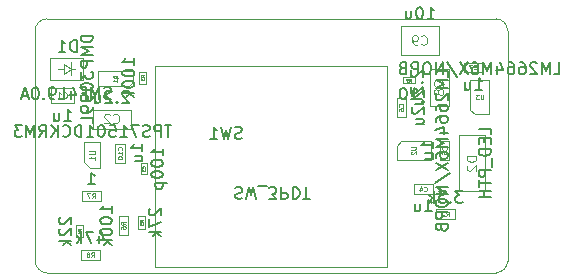
<source format=gbr>
%TF.GenerationSoftware,KiCad,Pcbnew,9.0.2*%
%TF.CreationDate,2025-10-05T19:26:48-07:00*%
%TF.ProjectId,3pdt-pwr-breakout-neg-V2,33706474-2d70-4777-922d-627265616b6f,rev?*%
%TF.SameCoordinates,PX2d4cae0PY8d9ee20*%
%TF.FileFunction,AssemblyDrawing,Bot*%
%FSLAX46Y46*%
G04 Gerber Fmt 4.6, Leading zero omitted, Abs format (unit mm)*
G04 Created by KiCad (PCBNEW 9.0.2) date 2025-10-05 19:26:48*
%MOMM*%
%LPD*%
G01*
G04 APERTURE LIST*
%ADD10C,0.150000*%
%ADD11C,0.060000*%
%ADD12C,0.075000*%
%ADD13C,0.040000*%
%ADD14C,0.120000*%
%ADD15C,0.050000*%
%ADD16C,0.080000*%
%ADD17C,0.100000*%
%TA.AperFunction,Profile*%
%ADD18C,0.100000*%
%TD*%
G04 APERTURE END LIST*
D10*
X33012831Y5186246D02*
X33584259Y5186246D01*
X33298545Y5186246D02*
X33298545Y6186246D01*
X33298545Y6186246D02*
X33393783Y6043389D01*
X33393783Y6043389D02*
X33489021Y5948151D01*
X33489021Y5948151D02*
X33584259Y5900532D01*
X32155688Y5852913D02*
X32155688Y5186246D01*
X32584259Y5852913D02*
X32584259Y5329104D01*
X32584259Y5329104D02*
X32536640Y5233865D01*
X32536640Y5233865D02*
X32441402Y5186246D01*
X32441402Y5186246D02*
X32298545Y5186246D01*
X32298545Y5186246D02*
X32203307Y5233865D01*
X32203307Y5233865D02*
X32155688Y5281485D01*
D11*
X32912831Y6927233D02*
X32931879Y6908185D01*
X32931879Y6908185D02*
X32989021Y6889138D01*
X32989021Y6889138D02*
X33027117Y6889138D01*
X33027117Y6889138D02*
X33084260Y6908185D01*
X33084260Y6908185D02*
X33122355Y6946281D01*
X33122355Y6946281D02*
X33141402Y6984376D01*
X33141402Y6984376D02*
X33160450Y7060566D01*
X33160450Y7060566D02*
X33160450Y7117709D01*
X33160450Y7117709D02*
X33141402Y7193900D01*
X33141402Y7193900D02*
X33122355Y7231995D01*
X33122355Y7231995D02*
X33084260Y7270090D01*
X33084260Y7270090D02*
X33027117Y7289138D01*
X33027117Y7289138D02*
X32989021Y7289138D01*
X32989021Y7289138D02*
X32931879Y7270090D01*
X32931879Y7270090D02*
X32912831Y7251043D01*
X32569974Y7155805D02*
X32569974Y6889138D01*
X32665212Y7308185D02*
X32760450Y7022471D01*
X32760450Y7022471D02*
X32512831Y7022471D01*
D10*
X11540475Y12495181D02*
X10969047Y12495181D01*
X11254761Y11495181D02*
X11254761Y12495181D01*
X10635713Y11495181D02*
X10635713Y12495181D01*
X10635713Y12495181D02*
X10254761Y12495181D01*
X10254761Y12495181D02*
X10159523Y12447562D01*
X10159523Y12447562D02*
X10111904Y12399943D01*
X10111904Y12399943D02*
X10064285Y12304705D01*
X10064285Y12304705D02*
X10064285Y12161848D01*
X10064285Y12161848D02*
X10111904Y12066610D01*
X10111904Y12066610D02*
X10159523Y12018991D01*
X10159523Y12018991D02*
X10254761Y11971372D01*
X10254761Y11971372D02*
X10635713Y11971372D01*
X9683332Y11542800D02*
X9540475Y11495181D01*
X9540475Y11495181D02*
X9302380Y11495181D01*
X9302380Y11495181D02*
X9207142Y11542800D01*
X9207142Y11542800D02*
X9159523Y11590420D01*
X9159523Y11590420D02*
X9111904Y11685658D01*
X9111904Y11685658D02*
X9111904Y11780896D01*
X9111904Y11780896D02*
X9159523Y11876134D01*
X9159523Y11876134D02*
X9207142Y11923753D01*
X9207142Y11923753D02*
X9302380Y11971372D01*
X9302380Y11971372D02*
X9492856Y12018991D01*
X9492856Y12018991D02*
X9588094Y12066610D01*
X9588094Y12066610D02*
X9635713Y12114229D01*
X9635713Y12114229D02*
X9683332Y12209467D01*
X9683332Y12209467D02*
X9683332Y12304705D01*
X9683332Y12304705D02*
X9635713Y12399943D01*
X9635713Y12399943D02*
X9588094Y12447562D01*
X9588094Y12447562D02*
X9492856Y12495181D01*
X9492856Y12495181D02*
X9254761Y12495181D01*
X9254761Y12495181D02*
X9111904Y12447562D01*
X8778570Y12495181D02*
X8111904Y12495181D01*
X8111904Y12495181D02*
X8540475Y11495181D01*
X7207142Y11495181D02*
X7778570Y11495181D01*
X7492856Y11495181D02*
X7492856Y12495181D01*
X7492856Y12495181D02*
X7588094Y12352324D01*
X7588094Y12352324D02*
X7683332Y12257086D01*
X7683332Y12257086D02*
X7778570Y12209467D01*
X6302380Y12495181D02*
X6778570Y12495181D01*
X6778570Y12495181D02*
X6826189Y12018991D01*
X6826189Y12018991D02*
X6778570Y12066610D01*
X6778570Y12066610D02*
X6683332Y12114229D01*
X6683332Y12114229D02*
X6445237Y12114229D01*
X6445237Y12114229D02*
X6349999Y12066610D01*
X6349999Y12066610D02*
X6302380Y12018991D01*
X6302380Y12018991D02*
X6254761Y11923753D01*
X6254761Y11923753D02*
X6254761Y11685658D01*
X6254761Y11685658D02*
X6302380Y11590420D01*
X6302380Y11590420D02*
X6349999Y11542800D01*
X6349999Y11542800D02*
X6445237Y11495181D01*
X6445237Y11495181D02*
X6683332Y11495181D01*
X6683332Y11495181D02*
X6778570Y11542800D01*
X6778570Y11542800D02*
X6826189Y11590420D01*
X5635713Y12495181D02*
X5540475Y12495181D01*
X5540475Y12495181D02*
X5445237Y12447562D01*
X5445237Y12447562D02*
X5397618Y12399943D01*
X5397618Y12399943D02*
X5349999Y12304705D01*
X5349999Y12304705D02*
X5302380Y12114229D01*
X5302380Y12114229D02*
X5302380Y11876134D01*
X5302380Y11876134D02*
X5349999Y11685658D01*
X5349999Y11685658D02*
X5397618Y11590420D01*
X5397618Y11590420D02*
X5445237Y11542800D01*
X5445237Y11542800D02*
X5540475Y11495181D01*
X5540475Y11495181D02*
X5635713Y11495181D01*
X5635713Y11495181D02*
X5730951Y11542800D01*
X5730951Y11542800D02*
X5778570Y11590420D01*
X5778570Y11590420D02*
X5826189Y11685658D01*
X5826189Y11685658D02*
X5873808Y11876134D01*
X5873808Y11876134D02*
X5873808Y12114229D01*
X5873808Y12114229D02*
X5826189Y12304705D01*
X5826189Y12304705D02*
X5778570Y12399943D01*
X5778570Y12399943D02*
X5730951Y12447562D01*
X5730951Y12447562D02*
X5635713Y12495181D01*
X4349999Y11495181D02*
X4921427Y11495181D01*
X4635713Y11495181D02*
X4635713Y12495181D01*
X4635713Y12495181D02*
X4730951Y12352324D01*
X4730951Y12352324D02*
X4826189Y12257086D01*
X4826189Y12257086D02*
X4921427Y12209467D01*
X3921427Y11495181D02*
X3921427Y12495181D01*
X3921427Y12495181D02*
X3683332Y12495181D01*
X3683332Y12495181D02*
X3540475Y12447562D01*
X3540475Y12447562D02*
X3445237Y12352324D01*
X3445237Y12352324D02*
X3397618Y12257086D01*
X3397618Y12257086D02*
X3349999Y12066610D01*
X3349999Y12066610D02*
X3349999Y11923753D01*
X3349999Y11923753D02*
X3397618Y11733277D01*
X3397618Y11733277D02*
X3445237Y11638039D01*
X3445237Y11638039D02*
X3540475Y11542800D01*
X3540475Y11542800D02*
X3683332Y11495181D01*
X3683332Y11495181D02*
X3921427Y11495181D01*
X2349999Y11590420D02*
X2397618Y11542800D01*
X2397618Y11542800D02*
X2540475Y11495181D01*
X2540475Y11495181D02*
X2635713Y11495181D01*
X2635713Y11495181D02*
X2778570Y11542800D01*
X2778570Y11542800D02*
X2873808Y11638039D01*
X2873808Y11638039D02*
X2921427Y11733277D01*
X2921427Y11733277D02*
X2969046Y11923753D01*
X2969046Y11923753D02*
X2969046Y12066610D01*
X2969046Y12066610D02*
X2921427Y12257086D01*
X2921427Y12257086D02*
X2873808Y12352324D01*
X2873808Y12352324D02*
X2778570Y12447562D01*
X2778570Y12447562D02*
X2635713Y12495181D01*
X2635713Y12495181D02*
X2540475Y12495181D01*
X2540475Y12495181D02*
X2397618Y12447562D01*
X2397618Y12447562D02*
X2349999Y12399943D01*
X1921427Y11495181D02*
X1921427Y12495181D01*
X1349999Y11495181D02*
X1778570Y12066610D01*
X1349999Y12495181D02*
X1921427Y11923753D01*
X349999Y11495181D02*
X683332Y11971372D01*
X921427Y11495181D02*
X921427Y12495181D01*
X921427Y12495181D02*
X540475Y12495181D01*
X540475Y12495181D02*
X445237Y12447562D01*
X445237Y12447562D02*
X397618Y12399943D01*
X397618Y12399943D02*
X349999Y12304705D01*
X349999Y12304705D02*
X349999Y12161848D01*
X349999Y12161848D02*
X397618Y12066610D01*
X397618Y12066610D02*
X445237Y12018991D01*
X445237Y12018991D02*
X540475Y11971372D01*
X540475Y11971372D02*
X921427Y11971372D01*
X-78573Y11495181D02*
X-78573Y12495181D01*
X-78573Y12495181D02*
X-411906Y11780896D01*
X-411906Y11780896D02*
X-745239Y12495181D01*
X-745239Y12495181D02*
X-745239Y11495181D01*
X-1126192Y12495181D02*
X-1745239Y12495181D01*
X-1745239Y12495181D02*
X-1411906Y12114229D01*
X-1411906Y12114229D02*
X-1554763Y12114229D01*
X-1554763Y12114229D02*
X-1650001Y12066610D01*
X-1650001Y12066610D02*
X-1697620Y12018991D01*
X-1697620Y12018991D02*
X-1745239Y11923753D01*
X-1745239Y11923753D02*
X-1745239Y11685658D01*
X-1745239Y11685658D02*
X-1697620Y11590420D01*
X-1697620Y11590420D02*
X-1650001Y11542800D01*
X-1650001Y11542800D02*
X-1554763Y11495181D01*
X-1554763Y11495181D02*
X-1269049Y11495181D01*
X-1269049Y11495181D02*
X-1173811Y11542800D01*
X-1173811Y11542800D02*
X-1126192Y11590420D01*
D12*
X4577409Y10330953D02*
X4982171Y10330953D01*
X4982171Y10330953D02*
X5029790Y10307143D01*
X5029790Y10307143D02*
X5053600Y10283334D01*
X5053600Y10283334D02*
X5077409Y10235715D01*
X5077409Y10235715D02*
X5077409Y10140477D01*
X5077409Y10140477D02*
X5053600Y10092858D01*
X5053600Y10092858D02*
X5029790Y10069048D01*
X5029790Y10069048D02*
X4982171Y10045239D01*
X4982171Y10045239D02*
X4577409Y10045239D01*
X5077409Y9545238D02*
X5077409Y9830952D01*
X5077409Y9688095D02*
X4577409Y9688095D01*
X4577409Y9688095D02*
X4648838Y9735714D01*
X4648838Y9735714D02*
X4696457Y9783333D01*
X4696457Y9783333D02*
X4720266Y9830952D01*
D10*
X31830476Y14671931D02*
X32401904Y14671931D01*
X32116190Y14671931D02*
X32116190Y15671931D01*
X32116190Y15671931D02*
X32211428Y15529074D01*
X32211428Y15529074D02*
X32306666Y15433836D01*
X32306666Y15433836D02*
X32401904Y15386217D01*
X31211428Y15671931D02*
X31116190Y15671931D01*
X31116190Y15671931D02*
X31020952Y15624312D01*
X31020952Y15624312D02*
X30973333Y15576693D01*
X30973333Y15576693D02*
X30925714Y15481455D01*
X30925714Y15481455D02*
X30878095Y15290979D01*
X30878095Y15290979D02*
X30878095Y15052884D01*
X30878095Y15052884D02*
X30925714Y14862408D01*
X30925714Y14862408D02*
X30973333Y14767170D01*
X30973333Y14767170D02*
X31020952Y14719550D01*
X31020952Y14719550D02*
X31116190Y14671931D01*
X31116190Y14671931D02*
X31211428Y14671931D01*
X31211428Y14671931D02*
X31306666Y14719550D01*
X31306666Y14719550D02*
X31354285Y14767170D01*
X31354285Y14767170D02*
X31401904Y14862408D01*
X31401904Y14862408D02*
X31449523Y15052884D01*
X31449523Y15052884D02*
X31449523Y15290979D01*
X31449523Y15290979D02*
X31401904Y15481455D01*
X31401904Y15481455D02*
X31354285Y15576693D01*
X31354285Y15576693D02*
X31306666Y15624312D01*
X31306666Y15624312D02*
X31211428Y15671931D01*
D13*
X31683332Y16178550D02*
X31769999Y16302359D01*
X31831904Y16178550D02*
X31831904Y16438550D01*
X31831904Y16438550D02*
X31732856Y16438550D01*
X31732856Y16438550D02*
X31708094Y16426169D01*
X31708094Y16426169D02*
X31695713Y16413788D01*
X31695713Y16413788D02*
X31683332Y16389026D01*
X31683332Y16389026D02*
X31683332Y16351883D01*
X31683332Y16351883D02*
X31695713Y16327121D01*
X31695713Y16327121D02*
X31708094Y16314740D01*
X31708094Y16314740D02*
X31732856Y16302359D01*
X31732856Y16302359D02*
X31831904Y16302359D01*
X31559523Y16178550D02*
X31509999Y16178550D01*
X31509999Y16178550D02*
X31485237Y16190930D01*
X31485237Y16190930D02*
X31472856Y16203311D01*
X31472856Y16203311D02*
X31448094Y16240454D01*
X31448094Y16240454D02*
X31435713Y16289978D01*
X31435713Y16289978D02*
X31435713Y16389026D01*
X31435713Y16389026D02*
X31448094Y16413788D01*
X31448094Y16413788D02*
X31460475Y16426169D01*
X31460475Y16426169D02*
X31485237Y16438550D01*
X31485237Y16438550D02*
X31534761Y16438550D01*
X31534761Y16438550D02*
X31559523Y16426169D01*
X31559523Y16426169D02*
X31571904Y16413788D01*
X31571904Y16413788D02*
X31584285Y16389026D01*
X31584285Y16389026D02*
X31584285Y16327121D01*
X31584285Y16327121D02*
X31571904Y16302359D01*
X31571904Y16302359D02*
X31559523Y16289978D01*
X31559523Y16289978D02*
X31534761Y16277597D01*
X31534761Y16277597D02*
X31485237Y16277597D01*
X31485237Y16277597D02*
X31460475Y16289978D01*
X31460475Y16289978D02*
X31448094Y16302359D01*
X31448094Y16302359D02*
X31435713Y16327121D01*
D10*
X9084819Y10291667D02*
X9084819Y10863095D01*
X9084819Y10577381D02*
X8084819Y10577381D01*
X8084819Y10577381D02*
X8227676Y10672619D01*
X8227676Y10672619D02*
X8322914Y10767857D01*
X8322914Y10767857D02*
X8370533Y10863095D01*
X8418152Y9434524D02*
X9084819Y9434524D01*
X8418152Y9863095D02*
X8941961Y9863095D01*
X8941961Y9863095D02*
X9037200Y9815476D01*
X9037200Y9815476D02*
X9084819Y9720238D01*
X9084819Y9720238D02*
X9084819Y9577381D01*
X9084819Y9577381D02*
X9037200Y9482143D01*
X9037200Y9482143D02*
X8989580Y9434524D01*
D11*
X7343832Y10382143D02*
X7362880Y10401191D01*
X7362880Y10401191D02*
X7381927Y10458333D01*
X7381927Y10458333D02*
X7381927Y10496429D01*
X7381927Y10496429D02*
X7362880Y10553572D01*
X7362880Y10553572D02*
X7324784Y10591667D01*
X7324784Y10591667D02*
X7286689Y10610714D01*
X7286689Y10610714D02*
X7210499Y10629762D01*
X7210499Y10629762D02*
X7153356Y10629762D01*
X7153356Y10629762D02*
X7077165Y10610714D01*
X7077165Y10610714D02*
X7039070Y10591667D01*
X7039070Y10591667D02*
X7000975Y10553572D01*
X7000975Y10553572D02*
X6981927Y10496429D01*
X6981927Y10496429D02*
X6981927Y10458333D01*
X6981927Y10458333D02*
X7000975Y10401191D01*
X7000975Y10401191D02*
X7020022Y10382143D01*
X7381927Y10001191D02*
X7381927Y10229762D01*
X7381927Y10115476D02*
X6981927Y10115476D01*
X6981927Y10115476D02*
X7039070Y10153572D01*
X7039070Y10153572D02*
X7077165Y10191667D01*
X7077165Y10191667D02*
X7096213Y10229762D01*
X6981927Y9753572D02*
X6981927Y9715477D01*
X6981927Y9715477D02*
X7000975Y9677381D01*
X7000975Y9677381D02*
X7020022Y9658334D01*
X7020022Y9658334D02*
X7058118Y9639286D01*
X7058118Y9639286D02*
X7134308Y9620239D01*
X7134308Y9620239D02*
X7229546Y9620239D01*
X7229546Y9620239D02*
X7305737Y9639286D01*
X7305737Y9639286D02*
X7343832Y9658334D01*
X7343832Y9658334D02*
X7362880Y9677381D01*
X7362880Y9677381D02*
X7381927Y9715477D01*
X7381927Y9715477D02*
X7381927Y9753572D01*
X7381927Y9753572D02*
X7362880Y9791667D01*
X7362880Y9791667D02*
X7343832Y9810715D01*
X7343832Y9810715D02*
X7305737Y9829762D01*
X7305737Y9829762D02*
X7229546Y9848810D01*
X7229546Y9848810D02*
X7134308Y9848810D01*
X7134308Y9848810D02*
X7058118Y9829762D01*
X7058118Y9829762D02*
X7020022Y9810715D01*
X7020022Y9810715D02*
X7000975Y9791667D01*
X7000975Y9791667D02*
X6981927Y9753572D01*
D10*
X31980057Y15452381D02*
X31932438Y15404762D01*
X31932438Y15404762D02*
X31884819Y15309524D01*
X31884819Y15309524D02*
X31884819Y15071429D01*
X31884819Y15071429D02*
X31932438Y14976191D01*
X31932438Y14976191D02*
X31980057Y14928572D01*
X31980057Y14928572D02*
X32075295Y14880953D01*
X32075295Y14880953D02*
X32170533Y14880953D01*
X32170533Y14880953D02*
X32313390Y14928572D01*
X32313390Y14928572D02*
X32884819Y15500000D01*
X32884819Y15500000D02*
X32884819Y14880953D01*
X32789580Y14452381D02*
X32837200Y14404762D01*
X32837200Y14404762D02*
X32884819Y14452381D01*
X32884819Y14452381D02*
X32837200Y14500000D01*
X32837200Y14500000D02*
X32789580Y14452381D01*
X32789580Y14452381D02*
X32884819Y14452381D01*
X31980057Y14023810D02*
X31932438Y13976191D01*
X31932438Y13976191D02*
X31884819Y13880953D01*
X31884819Y13880953D02*
X31884819Y13642858D01*
X31884819Y13642858D02*
X31932438Y13547620D01*
X31932438Y13547620D02*
X31980057Y13500001D01*
X31980057Y13500001D02*
X32075295Y13452382D01*
X32075295Y13452382D02*
X32170533Y13452382D01*
X32170533Y13452382D02*
X32313390Y13500001D01*
X32313390Y13500001D02*
X32884819Y14071429D01*
X32884819Y14071429D02*
X32884819Y13452382D01*
X32218152Y12595239D02*
X32884819Y12595239D01*
X32218152Y13023810D02*
X32741961Y13023810D01*
X32741961Y13023810D02*
X32837200Y12976191D01*
X32837200Y12976191D02*
X32884819Y12880953D01*
X32884819Y12880953D02*
X32884819Y12738096D01*
X32884819Y12738096D02*
X32837200Y12642858D01*
X32837200Y12642858D02*
X32789580Y12595239D01*
D11*
X31143832Y14066667D02*
X31162880Y14085715D01*
X31162880Y14085715D02*
X31181927Y14142857D01*
X31181927Y14142857D02*
X31181927Y14180953D01*
X31181927Y14180953D02*
X31162880Y14238096D01*
X31162880Y14238096D02*
X31124784Y14276191D01*
X31124784Y14276191D02*
X31086689Y14295238D01*
X31086689Y14295238D02*
X31010499Y14314286D01*
X31010499Y14314286D02*
X30953356Y14314286D01*
X30953356Y14314286D02*
X30877165Y14295238D01*
X30877165Y14295238D02*
X30839070Y14276191D01*
X30839070Y14276191D02*
X30800975Y14238096D01*
X30800975Y14238096D02*
X30781927Y14180953D01*
X30781927Y14180953D02*
X30781927Y14142857D01*
X30781927Y14142857D02*
X30800975Y14085715D01*
X30800975Y14085715D02*
X30820022Y14066667D01*
X30781927Y13723810D02*
X30781927Y13800000D01*
X30781927Y13800000D02*
X30800975Y13838096D01*
X30800975Y13838096D02*
X30820022Y13857143D01*
X30820022Y13857143D02*
X30877165Y13895238D01*
X30877165Y13895238D02*
X30953356Y13914286D01*
X30953356Y13914286D02*
X31105737Y13914286D01*
X31105737Y13914286D02*
X31143832Y13895238D01*
X31143832Y13895238D02*
X31162880Y13876191D01*
X31162880Y13876191D02*
X31181927Y13838096D01*
X31181927Y13838096D02*
X31181927Y13761905D01*
X31181927Y13761905D02*
X31162880Y13723810D01*
X31162880Y13723810D02*
X31143832Y13704762D01*
X31143832Y13704762D02*
X31105737Y13685715D01*
X31105737Y13685715D02*
X31010499Y13685715D01*
X31010499Y13685715D02*
X30972403Y13704762D01*
X30972403Y13704762D02*
X30953356Y13723810D01*
X30953356Y13723810D02*
X30934308Y13761905D01*
X30934308Y13761905D02*
X30934308Y13838096D01*
X30934308Y13838096D02*
X30953356Y13876191D01*
X30953356Y13876191D02*
X30972403Y13895238D01*
X30972403Y13895238D02*
X31010499Y13914286D01*
D10*
X36202380Y6925181D02*
X35583333Y6925181D01*
X35583333Y6925181D02*
X35916666Y6544229D01*
X35916666Y6544229D02*
X35773809Y6544229D01*
X35773809Y6544229D02*
X35678571Y6496610D01*
X35678571Y6496610D02*
X35630952Y6448991D01*
X35630952Y6448991D02*
X35583333Y6353753D01*
X35583333Y6353753D02*
X35583333Y6115658D01*
X35583333Y6115658D02*
X35630952Y6020420D01*
X35630952Y6020420D02*
X35678571Y5972800D01*
X35678571Y5972800D02*
X35773809Y5925181D01*
X35773809Y5925181D02*
X36059523Y5925181D01*
X36059523Y5925181D02*
X36154761Y5972800D01*
X36154761Y5972800D02*
X36202380Y6020420D01*
X35154761Y6020420D02*
X35107142Y5972800D01*
X35107142Y5972800D02*
X35154761Y5925181D01*
X35154761Y5925181D02*
X35202380Y5972800D01*
X35202380Y5972800D02*
X35154761Y6020420D01*
X35154761Y6020420D02*
X35154761Y5925181D01*
X34773809Y6925181D02*
X34154762Y6925181D01*
X34154762Y6925181D02*
X34488095Y6544229D01*
X34488095Y6544229D02*
X34345238Y6544229D01*
X34345238Y6544229D02*
X34250000Y6496610D01*
X34250000Y6496610D02*
X34202381Y6448991D01*
X34202381Y6448991D02*
X34154762Y6353753D01*
X34154762Y6353753D02*
X34154762Y6115658D01*
X34154762Y6115658D02*
X34202381Y6020420D01*
X34202381Y6020420D02*
X34250000Y5972800D01*
X34250000Y5972800D02*
X34345238Y5925181D01*
X34345238Y5925181D02*
X34630952Y5925181D01*
X34630952Y5925181D02*
X34726190Y5972800D01*
X34726190Y5972800D02*
X34773809Y6020420D01*
X33726190Y5925181D02*
X33726190Y6925181D01*
X33630952Y6306134D02*
X33345238Y5925181D01*
X33345238Y6591848D02*
X33726190Y6210896D01*
D11*
X34816666Y4768073D02*
X34949999Y4958549D01*
X35045237Y4768073D02*
X35045237Y5168073D01*
X35045237Y5168073D02*
X34892856Y5168073D01*
X34892856Y5168073D02*
X34854761Y5149025D01*
X34854761Y5149025D02*
X34835714Y5129978D01*
X34835714Y5129978D02*
X34816666Y5091882D01*
X34816666Y5091882D02*
X34816666Y5034740D01*
X34816666Y5034740D02*
X34835714Y4996644D01*
X34835714Y4996644D02*
X34854761Y4977597D01*
X34854761Y4977597D02*
X34892856Y4958549D01*
X34892856Y4958549D02*
X35045237Y4958549D01*
X34664285Y5129978D02*
X34645237Y5149025D01*
X34645237Y5149025D02*
X34607142Y5168073D01*
X34607142Y5168073D02*
X34511904Y5168073D01*
X34511904Y5168073D02*
X34473809Y5149025D01*
X34473809Y5149025D02*
X34454761Y5129978D01*
X34454761Y5129978D02*
X34435714Y5091882D01*
X34435714Y5091882D02*
X34435714Y5053787D01*
X34435714Y5053787D02*
X34454761Y4996644D01*
X34454761Y4996644D02*
X34683333Y4768073D01*
X34683333Y4768073D02*
X34435714Y4768073D01*
D10*
X43899404Y16813431D02*
X44375594Y16813431D01*
X44375594Y16813431D02*
X44375594Y17813431D01*
X43566070Y16813431D02*
X43566070Y17813431D01*
X43566070Y17813431D02*
X43232737Y17099146D01*
X43232737Y17099146D02*
X42899404Y17813431D01*
X42899404Y17813431D02*
X42899404Y16813431D01*
X42470832Y17718193D02*
X42423213Y17765812D01*
X42423213Y17765812D02*
X42327975Y17813431D01*
X42327975Y17813431D02*
X42089880Y17813431D01*
X42089880Y17813431D02*
X41994642Y17765812D01*
X41994642Y17765812D02*
X41947023Y17718193D01*
X41947023Y17718193D02*
X41899404Y17622955D01*
X41899404Y17622955D02*
X41899404Y17527717D01*
X41899404Y17527717D02*
X41947023Y17384860D01*
X41947023Y17384860D02*
X42518451Y16813431D01*
X42518451Y16813431D02*
X41899404Y16813431D01*
X41042261Y17813431D02*
X41232737Y17813431D01*
X41232737Y17813431D02*
X41327975Y17765812D01*
X41327975Y17765812D02*
X41375594Y17718193D01*
X41375594Y17718193D02*
X41470832Y17575336D01*
X41470832Y17575336D02*
X41518451Y17384860D01*
X41518451Y17384860D02*
X41518451Y17003908D01*
X41518451Y17003908D02*
X41470832Y16908670D01*
X41470832Y16908670D02*
X41423213Y16861050D01*
X41423213Y16861050D02*
X41327975Y16813431D01*
X41327975Y16813431D02*
X41137499Y16813431D01*
X41137499Y16813431D02*
X41042261Y16861050D01*
X41042261Y16861050D02*
X40994642Y16908670D01*
X40994642Y16908670D02*
X40947023Y17003908D01*
X40947023Y17003908D02*
X40947023Y17242003D01*
X40947023Y17242003D02*
X40994642Y17337241D01*
X40994642Y17337241D02*
X41042261Y17384860D01*
X41042261Y17384860D02*
X41137499Y17432479D01*
X41137499Y17432479D02*
X41327975Y17432479D01*
X41327975Y17432479D02*
X41423213Y17384860D01*
X41423213Y17384860D02*
X41470832Y17337241D01*
X41470832Y17337241D02*
X41518451Y17242003D01*
X40089880Y17813431D02*
X40280356Y17813431D01*
X40280356Y17813431D02*
X40375594Y17765812D01*
X40375594Y17765812D02*
X40423213Y17718193D01*
X40423213Y17718193D02*
X40518451Y17575336D01*
X40518451Y17575336D02*
X40566070Y17384860D01*
X40566070Y17384860D02*
X40566070Y17003908D01*
X40566070Y17003908D02*
X40518451Y16908670D01*
X40518451Y16908670D02*
X40470832Y16861050D01*
X40470832Y16861050D02*
X40375594Y16813431D01*
X40375594Y16813431D02*
X40185118Y16813431D01*
X40185118Y16813431D02*
X40089880Y16861050D01*
X40089880Y16861050D02*
X40042261Y16908670D01*
X40042261Y16908670D02*
X39994642Y17003908D01*
X39994642Y17003908D02*
X39994642Y17242003D01*
X39994642Y17242003D02*
X40042261Y17337241D01*
X40042261Y17337241D02*
X40089880Y17384860D01*
X40089880Y17384860D02*
X40185118Y17432479D01*
X40185118Y17432479D02*
X40375594Y17432479D01*
X40375594Y17432479D02*
X40470832Y17384860D01*
X40470832Y17384860D02*
X40518451Y17337241D01*
X40518451Y17337241D02*
X40566070Y17242003D01*
X39137499Y17480098D02*
X39137499Y16813431D01*
X39375594Y17861050D02*
X39613689Y17146765D01*
X39613689Y17146765D02*
X38994642Y17146765D01*
X38613689Y16813431D02*
X38613689Y17813431D01*
X38613689Y17813431D02*
X38280356Y17099146D01*
X38280356Y17099146D02*
X37947023Y17813431D01*
X37947023Y17813431D02*
X37947023Y16813431D01*
X37042261Y17813431D02*
X37232737Y17813431D01*
X37232737Y17813431D02*
X37327975Y17765812D01*
X37327975Y17765812D02*
X37375594Y17718193D01*
X37375594Y17718193D02*
X37470832Y17575336D01*
X37470832Y17575336D02*
X37518451Y17384860D01*
X37518451Y17384860D02*
X37518451Y17003908D01*
X37518451Y17003908D02*
X37470832Y16908670D01*
X37470832Y16908670D02*
X37423213Y16861050D01*
X37423213Y16861050D02*
X37327975Y16813431D01*
X37327975Y16813431D02*
X37137499Y16813431D01*
X37137499Y16813431D02*
X37042261Y16861050D01*
X37042261Y16861050D02*
X36994642Y16908670D01*
X36994642Y16908670D02*
X36947023Y17003908D01*
X36947023Y17003908D02*
X36947023Y17242003D01*
X36947023Y17242003D02*
X36994642Y17337241D01*
X36994642Y17337241D02*
X37042261Y17384860D01*
X37042261Y17384860D02*
X37137499Y17432479D01*
X37137499Y17432479D02*
X37327975Y17432479D01*
X37327975Y17432479D02*
X37423213Y17384860D01*
X37423213Y17384860D02*
X37470832Y17337241D01*
X37470832Y17337241D02*
X37518451Y17242003D01*
X36613689Y17813431D02*
X35947023Y16813431D01*
X35947023Y17813431D02*
X36613689Y16813431D01*
X34851785Y17861050D02*
X35708927Y16575336D01*
X34518451Y16813431D02*
X34518451Y17813431D01*
X34518451Y17813431D02*
X33947023Y16813431D01*
X33947023Y16813431D02*
X33947023Y17813431D01*
X33280356Y17813431D02*
X33089880Y17813431D01*
X33089880Y17813431D02*
X32994642Y17765812D01*
X32994642Y17765812D02*
X32899404Y17670574D01*
X32899404Y17670574D02*
X32851785Y17480098D01*
X32851785Y17480098D02*
X32851785Y17146765D01*
X32851785Y17146765D02*
X32899404Y16956289D01*
X32899404Y16956289D02*
X32994642Y16861050D01*
X32994642Y16861050D02*
X33089880Y16813431D01*
X33089880Y16813431D02*
X33280356Y16813431D01*
X33280356Y16813431D02*
X33375594Y16861050D01*
X33375594Y16861050D02*
X33470832Y16956289D01*
X33470832Y16956289D02*
X33518451Y17146765D01*
X33518451Y17146765D02*
X33518451Y17480098D01*
X33518451Y17480098D02*
X33470832Y17670574D01*
X33470832Y17670574D02*
X33375594Y17765812D01*
X33375594Y17765812D02*
X33280356Y17813431D01*
X32423213Y16813431D02*
X32423213Y17813431D01*
X32423213Y17813431D02*
X32042261Y17813431D01*
X32042261Y17813431D02*
X31947023Y17765812D01*
X31947023Y17765812D02*
X31899404Y17718193D01*
X31899404Y17718193D02*
X31851785Y17622955D01*
X31851785Y17622955D02*
X31851785Y17480098D01*
X31851785Y17480098D02*
X31899404Y17384860D01*
X31899404Y17384860D02*
X31947023Y17337241D01*
X31947023Y17337241D02*
X32042261Y17289622D01*
X32042261Y17289622D02*
X32423213Y17289622D01*
X31089880Y17337241D02*
X30947023Y17289622D01*
X30947023Y17289622D02*
X30899404Y17242003D01*
X30899404Y17242003D02*
X30851785Y17146765D01*
X30851785Y17146765D02*
X30851785Y17003908D01*
X30851785Y17003908D02*
X30899404Y16908670D01*
X30899404Y16908670D02*
X30947023Y16861050D01*
X30947023Y16861050D02*
X31042261Y16813431D01*
X31042261Y16813431D02*
X31423213Y16813431D01*
X31423213Y16813431D02*
X31423213Y17813431D01*
X31423213Y17813431D02*
X31089880Y17813431D01*
X31089880Y17813431D02*
X30994642Y17765812D01*
X30994642Y17765812D02*
X30947023Y17718193D01*
X30947023Y17718193D02*
X30899404Y17622955D01*
X30899404Y17622955D02*
X30899404Y17527717D01*
X30899404Y17527717D02*
X30947023Y17432479D01*
X30947023Y17432479D02*
X30994642Y17384860D01*
X30994642Y17384860D02*
X31089880Y17337241D01*
X31089880Y17337241D02*
X31423213Y17337241D01*
D11*
X37942261Y15086323D02*
X37942261Y14762513D01*
X37942261Y14762513D02*
X37923214Y14724418D01*
X37923214Y14724418D02*
X37904166Y14705370D01*
X37904166Y14705370D02*
X37866071Y14686323D01*
X37866071Y14686323D02*
X37789880Y14686323D01*
X37789880Y14686323D02*
X37751785Y14705370D01*
X37751785Y14705370D02*
X37732738Y14724418D01*
X37732738Y14724418D02*
X37713690Y14762513D01*
X37713690Y14762513D02*
X37713690Y15086323D01*
X37561309Y15086323D02*
X37313690Y15086323D01*
X37313690Y15086323D02*
X37447023Y14933942D01*
X37447023Y14933942D02*
X37389880Y14933942D01*
X37389880Y14933942D02*
X37351785Y14914894D01*
X37351785Y14914894D02*
X37332737Y14895847D01*
X37332737Y14895847D02*
X37313690Y14857751D01*
X37313690Y14857751D02*
X37313690Y14762513D01*
X37313690Y14762513D02*
X37332737Y14724418D01*
X37332737Y14724418D02*
X37351785Y14705370D01*
X37351785Y14705370D02*
X37389880Y14686323D01*
X37389880Y14686323D02*
X37504166Y14686323D01*
X37504166Y14686323D02*
X37542261Y14705370D01*
X37542261Y14705370D02*
X37561309Y14724418D01*
D10*
X4464285Y7475181D02*
X5035713Y7475181D01*
X4749999Y7475181D02*
X4749999Y8475181D01*
X4749999Y8475181D02*
X4845237Y8332324D01*
X4845237Y8332324D02*
X4940475Y8237086D01*
X4940475Y8237086D02*
X5035713Y8189467D01*
D11*
X4816666Y6318073D02*
X4949999Y6508549D01*
X5045237Y6318073D02*
X5045237Y6718073D01*
X5045237Y6718073D02*
X4892856Y6718073D01*
X4892856Y6718073D02*
X4854761Y6699025D01*
X4854761Y6699025D02*
X4835714Y6679978D01*
X4835714Y6679978D02*
X4816666Y6641882D01*
X4816666Y6641882D02*
X4816666Y6584740D01*
X4816666Y6584740D02*
X4835714Y6546644D01*
X4835714Y6546644D02*
X4854761Y6527597D01*
X4854761Y6527597D02*
X4892856Y6508549D01*
X4892856Y6508549D02*
X5045237Y6508549D01*
X4683333Y6718073D02*
X4416666Y6718073D01*
X4416666Y6718073D02*
X4588095Y6318073D01*
D10*
X37254166Y15511931D02*
X37825594Y15511931D01*
X37539880Y15511931D02*
X37539880Y16511931D01*
X37539880Y16511931D02*
X37635118Y16369074D01*
X37635118Y16369074D02*
X37730356Y16273836D01*
X37730356Y16273836D02*
X37825594Y16226217D01*
X36397023Y16178598D02*
X36397023Y15511931D01*
X36825594Y16178598D02*
X36825594Y15654789D01*
X36825594Y15654789D02*
X36777975Y15559550D01*
X36777975Y15559550D02*
X36682737Y15511931D01*
X36682737Y15511931D02*
X36539880Y15511931D01*
X36539880Y15511931D02*
X36444642Y15559550D01*
X36444642Y15559550D02*
X36397023Y15607170D01*
D11*
X37154166Y17252918D02*
X37173214Y17233870D01*
X37173214Y17233870D02*
X37230356Y17214823D01*
X37230356Y17214823D02*
X37268452Y17214823D01*
X37268452Y17214823D02*
X37325595Y17233870D01*
X37325595Y17233870D02*
X37363690Y17271966D01*
X37363690Y17271966D02*
X37382737Y17310061D01*
X37382737Y17310061D02*
X37401785Y17386251D01*
X37401785Y17386251D02*
X37401785Y17443394D01*
X37401785Y17443394D02*
X37382737Y17519585D01*
X37382737Y17519585D02*
X37363690Y17557680D01*
X37363690Y17557680D02*
X37325595Y17595775D01*
X37325595Y17595775D02*
X37268452Y17614823D01*
X37268452Y17614823D02*
X37230356Y17614823D01*
X37230356Y17614823D02*
X37173214Y17595775D01*
X37173214Y17595775D02*
X37154166Y17576728D01*
X37020833Y17614823D02*
X36754166Y17614823D01*
X36754166Y17614823D02*
X36925595Y17214823D01*
D10*
X7927380Y15299943D02*
X7879761Y15347562D01*
X7879761Y15347562D02*
X7784523Y15395181D01*
X7784523Y15395181D02*
X7546428Y15395181D01*
X7546428Y15395181D02*
X7451190Y15347562D01*
X7451190Y15347562D02*
X7403571Y15299943D01*
X7403571Y15299943D02*
X7355952Y15204705D01*
X7355952Y15204705D02*
X7355952Y15109467D01*
X7355952Y15109467D02*
X7403571Y14966610D01*
X7403571Y14966610D02*
X7974999Y14395181D01*
X7974999Y14395181D02*
X7355952Y14395181D01*
X6927380Y14490420D02*
X6879761Y14442800D01*
X6879761Y14442800D02*
X6927380Y14395181D01*
X6927380Y14395181D02*
X6974999Y14442800D01*
X6974999Y14442800D02*
X6927380Y14490420D01*
X6927380Y14490420D02*
X6927380Y14395181D01*
X6498809Y15299943D02*
X6451190Y15347562D01*
X6451190Y15347562D02*
X6355952Y15395181D01*
X6355952Y15395181D02*
X6117857Y15395181D01*
X6117857Y15395181D02*
X6022619Y15347562D01*
X6022619Y15347562D02*
X5975000Y15299943D01*
X5975000Y15299943D02*
X5927381Y15204705D01*
X5927381Y15204705D02*
X5927381Y15109467D01*
X5927381Y15109467D02*
X5975000Y14966610D01*
X5975000Y14966610D02*
X6546428Y14395181D01*
X6546428Y14395181D02*
X5927381Y14395181D01*
X5070238Y15061848D02*
X5070238Y14395181D01*
X5498809Y15061848D02*
X5498809Y14538039D01*
X5498809Y14538039D02*
X5451190Y14442800D01*
X5451190Y14442800D02*
X5355952Y14395181D01*
X5355952Y14395181D02*
X5213095Y14395181D01*
X5213095Y14395181D02*
X5117857Y14442800D01*
X5117857Y14442800D02*
X5070238Y14490420D01*
D14*
X6608332Y12712336D02*
X6646428Y12674240D01*
X6646428Y12674240D02*
X6760713Y12636145D01*
X6760713Y12636145D02*
X6836904Y12636145D01*
X6836904Y12636145D02*
X6951190Y12674240D01*
X6951190Y12674240D02*
X7027380Y12750431D01*
X7027380Y12750431D02*
X7065475Y12826621D01*
X7065475Y12826621D02*
X7103571Y12979002D01*
X7103571Y12979002D02*
X7103571Y13093288D01*
X7103571Y13093288D02*
X7065475Y13245669D01*
X7065475Y13245669D02*
X7027380Y13321860D01*
X7027380Y13321860D02*
X6951190Y13398050D01*
X6951190Y13398050D02*
X6836904Y13436145D01*
X6836904Y13436145D02*
X6760713Y13436145D01*
X6760713Y13436145D02*
X6646428Y13398050D01*
X6646428Y13398050D02*
X6608332Y13359955D01*
X6303571Y13359955D02*
X6265475Y13398050D01*
X6265475Y13398050D02*
X6189285Y13436145D01*
X6189285Y13436145D02*
X5998809Y13436145D01*
X5998809Y13436145D02*
X5922618Y13398050D01*
X5922618Y13398050D02*
X5884523Y13359955D01*
X5884523Y13359955D02*
X5846428Y13283764D01*
X5846428Y13283764D02*
X5846428Y13207574D01*
X5846428Y13207574D02*
X5884523Y13093288D01*
X5884523Y13093288D02*
X6341666Y12636145D01*
X6341666Y12636145D02*
X5846428Y12636145D01*
D10*
X33704318Y10526667D02*
X33704318Y11098095D01*
X33704318Y10812381D02*
X32704318Y10812381D01*
X32704318Y10812381D02*
X32847175Y10907619D01*
X32847175Y10907619D02*
X32942413Y11002857D01*
X32942413Y11002857D02*
X32990032Y11098095D01*
X33037651Y9669524D02*
X33704318Y9669524D01*
X33037651Y10098095D02*
X33561460Y10098095D01*
X33561460Y10098095D02*
X33656699Y10050476D01*
X33656699Y10050476D02*
X33704318Y9955238D01*
X33704318Y9955238D02*
X33704318Y9812381D01*
X33704318Y9812381D02*
X33656699Y9717143D01*
X33656699Y9717143D02*
X33609079Y9669524D01*
D11*
X34823331Y10426667D02*
X34842379Y10445715D01*
X34842379Y10445715D02*
X34861426Y10502857D01*
X34861426Y10502857D02*
X34861426Y10540953D01*
X34861426Y10540953D02*
X34842379Y10598096D01*
X34842379Y10598096D02*
X34804283Y10636191D01*
X34804283Y10636191D02*
X34766188Y10655238D01*
X34766188Y10655238D02*
X34689998Y10674286D01*
X34689998Y10674286D02*
X34632855Y10674286D01*
X34632855Y10674286D02*
X34556664Y10655238D01*
X34556664Y10655238D02*
X34518569Y10636191D01*
X34518569Y10636191D02*
X34480474Y10598096D01*
X34480474Y10598096D02*
X34461426Y10540953D01*
X34461426Y10540953D02*
X34461426Y10502857D01*
X34461426Y10502857D02*
X34480474Y10445715D01*
X34480474Y10445715D02*
X34499521Y10426667D01*
X34461426Y10064762D02*
X34461426Y10255238D01*
X34461426Y10255238D02*
X34651902Y10274286D01*
X34651902Y10274286D02*
X34632855Y10255238D01*
X34632855Y10255238D02*
X34613807Y10217143D01*
X34613807Y10217143D02*
X34613807Y10121905D01*
X34613807Y10121905D02*
X34632855Y10083810D01*
X34632855Y10083810D02*
X34651902Y10064762D01*
X34651902Y10064762D02*
X34689998Y10045715D01*
X34689998Y10045715D02*
X34785236Y10045715D01*
X34785236Y10045715D02*
X34823331Y10064762D01*
X34823331Y10064762D02*
X34842379Y10083810D01*
X34842379Y10083810D02*
X34861426Y10121905D01*
X34861426Y10121905D02*
X34861426Y10217143D01*
X34861426Y10217143D02*
X34842379Y10255238D01*
X34842379Y10255238D02*
X34823331Y10274286D01*
D10*
X6435713Y14742800D02*
X6292856Y14695181D01*
X6292856Y14695181D02*
X6054761Y14695181D01*
X6054761Y14695181D02*
X5959523Y14742800D01*
X5959523Y14742800D02*
X5911904Y14790420D01*
X5911904Y14790420D02*
X5864285Y14885658D01*
X5864285Y14885658D02*
X5864285Y14980896D01*
X5864285Y14980896D02*
X5911904Y15076134D01*
X5911904Y15076134D02*
X5959523Y15123753D01*
X5959523Y15123753D02*
X6054761Y15171372D01*
X6054761Y15171372D02*
X6245237Y15218991D01*
X6245237Y15218991D02*
X6340475Y15266610D01*
X6340475Y15266610D02*
X6388094Y15314229D01*
X6388094Y15314229D02*
X6435713Y15409467D01*
X6435713Y15409467D02*
X6435713Y15504705D01*
X6435713Y15504705D02*
X6388094Y15599943D01*
X6388094Y15599943D02*
X6340475Y15647562D01*
X6340475Y15647562D02*
X6245237Y15695181D01*
X6245237Y15695181D02*
X6007142Y15695181D01*
X6007142Y15695181D02*
X5864285Y15647562D01*
X5435713Y14695181D02*
X5435713Y15695181D01*
X5435713Y15695181D02*
X5102380Y14980896D01*
X5102380Y14980896D02*
X4769047Y15695181D01*
X4769047Y15695181D02*
X4769047Y14695181D01*
X3959523Y15218991D02*
X4292856Y15218991D01*
X4292856Y14695181D02*
X4292856Y15695181D01*
X4292856Y15695181D02*
X3816666Y15695181D01*
X3007142Y15361848D02*
X3007142Y14695181D01*
X3245237Y15742800D02*
X3483332Y15028515D01*
X3483332Y15028515D02*
X2864285Y15028515D01*
X2007142Y14695181D02*
X2483332Y14695181D01*
X2483332Y14695181D02*
X2483332Y15695181D01*
X1626189Y14695181D02*
X1435713Y14695181D01*
X1435713Y14695181D02*
X1340475Y14742800D01*
X1340475Y14742800D02*
X1292856Y14790420D01*
X1292856Y14790420D02*
X1197618Y14933277D01*
X1197618Y14933277D02*
X1149999Y15123753D01*
X1149999Y15123753D02*
X1149999Y15504705D01*
X1149999Y15504705D02*
X1197618Y15599943D01*
X1197618Y15599943D02*
X1245237Y15647562D01*
X1245237Y15647562D02*
X1340475Y15695181D01*
X1340475Y15695181D02*
X1530951Y15695181D01*
X1530951Y15695181D02*
X1626189Y15647562D01*
X1626189Y15647562D02*
X1673808Y15599943D01*
X1673808Y15599943D02*
X1721427Y15504705D01*
X1721427Y15504705D02*
X1721427Y15266610D01*
X1721427Y15266610D02*
X1673808Y15171372D01*
X1673808Y15171372D02*
X1626189Y15123753D01*
X1626189Y15123753D02*
X1530951Y15076134D01*
X1530951Y15076134D02*
X1340475Y15076134D01*
X1340475Y15076134D02*
X1245237Y15123753D01*
X1245237Y15123753D02*
X1197618Y15171372D01*
X1197618Y15171372D02*
X1149999Y15266610D01*
X721427Y14790420D02*
X673808Y14742800D01*
X673808Y14742800D02*
X721427Y14695181D01*
X721427Y14695181D02*
X769046Y14742800D01*
X769046Y14742800D02*
X721427Y14790420D01*
X721427Y14790420D02*
X721427Y14695181D01*
X54761Y15695181D02*
X-40477Y15695181D01*
X-40477Y15695181D02*
X-135715Y15647562D01*
X-135715Y15647562D02*
X-183334Y15599943D01*
X-183334Y15599943D02*
X-230953Y15504705D01*
X-230953Y15504705D02*
X-278572Y15314229D01*
X-278572Y15314229D02*
X-278572Y15076134D01*
X-278572Y15076134D02*
X-230953Y14885658D01*
X-230953Y14885658D02*
X-183334Y14790420D01*
X-183334Y14790420D02*
X-135715Y14742800D01*
X-135715Y14742800D02*
X-40477Y14695181D01*
X-40477Y14695181D02*
X54761Y14695181D01*
X54761Y14695181D02*
X149999Y14742800D01*
X149999Y14742800D02*
X197618Y14790420D01*
X197618Y14790420D02*
X245237Y14885658D01*
X245237Y14885658D02*
X292856Y15076134D01*
X292856Y15076134D02*
X292856Y15314229D01*
X292856Y15314229D02*
X245237Y15504705D01*
X245237Y15504705D02*
X197618Y15599943D01*
X197618Y15599943D02*
X149999Y15647562D01*
X149999Y15647562D02*
X54761Y15695181D01*
X-659525Y14980896D02*
X-1135715Y14980896D01*
X-564287Y14695181D02*
X-897620Y15695181D01*
X-897620Y15695181D02*
X-1230953Y14695181D01*
X3515094Y18700181D02*
X3515094Y19700181D01*
X3515094Y19700181D02*
X3276999Y19700181D01*
X3276999Y19700181D02*
X3134142Y19652562D01*
X3134142Y19652562D02*
X3038904Y19557324D01*
X3038904Y19557324D02*
X2991285Y19462086D01*
X2991285Y19462086D02*
X2943666Y19271610D01*
X2943666Y19271610D02*
X2943666Y19128753D01*
X2943666Y19128753D02*
X2991285Y18938277D01*
X2991285Y18938277D02*
X3038904Y18843039D01*
X3038904Y18843039D02*
X3134142Y18747800D01*
X3134142Y18747800D02*
X3276999Y18700181D01*
X3276999Y18700181D02*
X3515094Y18700181D01*
X1991285Y18700181D02*
X2562713Y18700181D01*
X2276999Y18700181D02*
X2276999Y19700181D01*
X2276999Y19700181D02*
X2372237Y19557324D01*
X2372237Y19557324D02*
X2467475Y19462086D01*
X2467475Y19462086D02*
X2562713Y19414467D01*
X33202857Y21501931D02*
X33774285Y21501931D01*
X33488571Y21501931D02*
X33488571Y22501931D01*
X33488571Y22501931D02*
X33583809Y22359074D01*
X33583809Y22359074D02*
X33679047Y22263836D01*
X33679047Y22263836D02*
X33774285Y22216217D01*
X32583809Y22501931D02*
X32488571Y22501931D01*
X32488571Y22501931D02*
X32393333Y22454312D01*
X32393333Y22454312D02*
X32345714Y22406693D01*
X32345714Y22406693D02*
X32298095Y22311455D01*
X32298095Y22311455D02*
X32250476Y22120979D01*
X32250476Y22120979D02*
X32250476Y21882884D01*
X32250476Y21882884D02*
X32298095Y21692408D01*
X32298095Y21692408D02*
X32345714Y21597170D01*
X32345714Y21597170D02*
X32393333Y21549550D01*
X32393333Y21549550D02*
X32488571Y21501931D01*
X32488571Y21501931D02*
X32583809Y21501931D01*
X32583809Y21501931D02*
X32679047Y21549550D01*
X32679047Y21549550D02*
X32726666Y21597170D01*
X32726666Y21597170D02*
X32774285Y21692408D01*
X32774285Y21692408D02*
X32821904Y21882884D01*
X32821904Y21882884D02*
X32821904Y22120979D01*
X32821904Y22120979D02*
X32774285Y22311455D01*
X32774285Y22311455D02*
X32726666Y22406693D01*
X32726666Y22406693D02*
X32679047Y22454312D01*
X32679047Y22454312D02*
X32583809Y22501931D01*
X31393333Y22168598D02*
X31393333Y21501931D01*
X31821904Y22168598D02*
X31821904Y21644789D01*
X31821904Y21644789D02*
X31774285Y21549550D01*
X31774285Y21549550D02*
X31679047Y21501931D01*
X31679047Y21501931D02*
X31536190Y21501931D01*
X31536190Y21501931D02*
X31440952Y21549550D01*
X31440952Y21549550D02*
X31393333Y21597170D01*
D14*
X32693332Y19369086D02*
X32731428Y19330990D01*
X32731428Y19330990D02*
X32845713Y19292895D01*
X32845713Y19292895D02*
X32921904Y19292895D01*
X32921904Y19292895D02*
X33036190Y19330990D01*
X33036190Y19330990D02*
X33112380Y19407181D01*
X33112380Y19407181D02*
X33150475Y19483371D01*
X33150475Y19483371D02*
X33188571Y19635752D01*
X33188571Y19635752D02*
X33188571Y19750038D01*
X33188571Y19750038D02*
X33150475Y19902419D01*
X33150475Y19902419D02*
X33112380Y19978610D01*
X33112380Y19978610D02*
X33036190Y20054800D01*
X33036190Y20054800D02*
X32921904Y20092895D01*
X32921904Y20092895D02*
X32845713Y20092895D01*
X32845713Y20092895D02*
X32731428Y20054800D01*
X32731428Y20054800D02*
X32693332Y20016705D01*
X32312380Y19292895D02*
X32159999Y19292895D01*
X32159999Y19292895D02*
X32083809Y19330990D01*
X32083809Y19330990D02*
X32045713Y19369086D01*
X32045713Y19369086D02*
X31969523Y19483371D01*
X31969523Y19483371D02*
X31931428Y19635752D01*
X31931428Y19635752D02*
X31931428Y19940514D01*
X31931428Y19940514D02*
X31969523Y20016705D01*
X31969523Y20016705D02*
X32007618Y20054800D01*
X32007618Y20054800D02*
X32083809Y20092895D01*
X32083809Y20092895D02*
X32236190Y20092895D01*
X32236190Y20092895D02*
X32312380Y20054800D01*
X32312380Y20054800D02*
X32350475Y20016705D01*
X32350475Y20016705D02*
X32388571Y19940514D01*
X32388571Y19940514D02*
X32388571Y19750038D01*
X32388571Y19750038D02*
X32350475Y19673848D01*
X32350475Y19673848D02*
X32312380Y19635752D01*
X32312380Y19635752D02*
X32236190Y19597657D01*
X32236190Y19597657D02*
X32083809Y19597657D01*
X32083809Y19597657D02*
X32007618Y19635752D01*
X32007618Y19635752D02*
X31969523Y19673848D01*
X31969523Y19673848D02*
X31931428Y19750038D01*
D10*
X4854819Y20080357D02*
X3854819Y20080357D01*
X3854819Y20080357D02*
X3854819Y19842262D01*
X3854819Y19842262D02*
X3902438Y19699405D01*
X3902438Y19699405D02*
X3997676Y19604167D01*
X3997676Y19604167D02*
X4092914Y19556548D01*
X4092914Y19556548D02*
X4283390Y19508929D01*
X4283390Y19508929D02*
X4426247Y19508929D01*
X4426247Y19508929D02*
X4616723Y19556548D01*
X4616723Y19556548D02*
X4711961Y19604167D01*
X4711961Y19604167D02*
X4807200Y19699405D01*
X4807200Y19699405D02*
X4854819Y19842262D01*
X4854819Y19842262D02*
X4854819Y20080357D01*
X4854819Y19080357D02*
X3854819Y19080357D01*
X3854819Y19080357D02*
X4569104Y18747024D01*
X4569104Y18747024D02*
X3854819Y18413691D01*
X3854819Y18413691D02*
X4854819Y18413691D01*
X4854819Y17937500D02*
X3854819Y17937500D01*
X3854819Y17937500D02*
X3854819Y17556548D01*
X3854819Y17556548D02*
X3902438Y17461310D01*
X3902438Y17461310D02*
X3950057Y17413691D01*
X3950057Y17413691D02*
X4045295Y17366072D01*
X4045295Y17366072D02*
X4188152Y17366072D01*
X4188152Y17366072D02*
X4283390Y17413691D01*
X4283390Y17413691D02*
X4331009Y17461310D01*
X4331009Y17461310D02*
X4378628Y17556548D01*
X4378628Y17556548D02*
X4378628Y17937500D01*
X3854819Y17032738D02*
X3854819Y16413691D01*
X3854819Y16413691D02*
X4235771Y16747024D01*
X4235771Y16747024D02*
X4235771Y16604167D01*
X4235771Y16604167D02*
X4283390Y16508929D01*
X4283390Y16508929D02*
X4331009Y16461310D01*
X4331009Y16461310D02*
X4426247Y16413691D01*
X4426247Y16413691D02*
X4664342Y16413691D01*
X4664342Y16413691D02*
X4759580Y16461310D01*
X4759580Y16461310D02*
X4807200Y16508929D01*
X4807200Y16508929D02*
X4854819Y16604167D01*
X4854819Y16604167D02*
X4854819Y16889881D01*
X4854819Y16889881D02*
X4807200Y16985119D01*
X4807200Y16985119D02*
X4759580Y17032738D01*
X3854819Y15794643D02*
X3854819Y15699405D01*
X3854819Y15699405D02*
X3902438Y15604167D01*
X3902438Y15604167D02*
X3950057Y15556548D01*
X3950057Y15556548D02*
X4045295Y15508929D01*
X4045295Y15508929D02*
X4235771Y15461310D01*
X4235771Y15461310D02*
X4473866Y15461310D01*
X4473866Y15461310D02*
X4664342Y15508929D01*
X4664342Y15508929D02*
X4759580Y15556548D01*
X4759580Y15556548D02*
X4807200Y15604167D01*
X4807200Y15604167D02*
X4854819Y15699405D01*
X4854819Y15699405D02*
X4854819Y15794643D01*
X4854819Y15794643D02*
X4807200Y15889881D01*
X4807200Y15889881D02*
X4759580Y15937500D01*
X4759580Y15937500D02*
X4664342Y15985119D01*
X4664342Y15985119D02*
X4473866Y16032738D01*
X4473866Y16032738D02*
X4235771Y16032738D01*
X4235771Y16032738D02*
X4045295Y15985119D01*
X4045295Y15985119D02*
X3950057Y15937500D01*
X3950057Y15937500D02*
X3902438Y15889881D01*
X3902438Y15889881D02*
X3854819Y15794643D01*
X4854819Y14985119D02*
X4854819Y14794643D01*
X4854819Y14794643D02*
X4807200Y14699405D01*
X4807200Y14699405D02*
X4759580Y14651786D01*
X4759580Y14651786D02*
X4616723Y14556548D01*
X4616723Y14556548D02*
X4426247Y14508929D01*
X4426247Y14508929D02*
X4045295Y14508929D01*
X4045295Y14508929D02*
X3950057Y14556548D01*
X3950057Y14556548D02*
X3902438Y14604167D01*
X3902438Y14604167D02*
X3854819Y14699405D01*
X3854819Y14699405D02*
X3854819Y14889881D01*
X3854819Y14889881D02*
X3902438Y14985119D01*
X3902438Y14985119D02*
X3950057Y15032738D01*
X3950057Y15032738D02*
X4045295Y15080357D01*
X4045295Y15080357D02*
X4283390Y15080357D01*
X4283390Y15080357D02*
X4378628Y15032738D01*
X4378628Y15032738D02*
X4426247Y14985119D01*
X4426247Y14985119D02*
X4473866Y14889881D01*
X4473866Y14889881D02*
X4473866Y14699405D01*
X4473866Y14699405D02*
X4426247Y14604167D01*
X4426247Y14604167D02*
X4378628Y14556548D01*
X4378628Y14556548D02*
X4283390Y14508929D01*
X4854819Y14032738D02*
X4854819Y13842262D01*
X4854819Y13842262D02*
X4807200Y13747024D01*
X4807200Y13747024D02*
X4759580Y13699405D01*
X4759580Y13699405D02*
X4616723Y13604167D01*
X4616723Y13604167D02*
X4426247Y13556548D01*
X4426247Y13556548D02*
X4045295Y13556548D01*
X4045295Y13556548D02*
X3950057Y13604167D01*
X3950057Y13604167D02*
X3902438Y13651786D01*
X3902438Y13651786D02*
X3854819Y13747024D01*
X3854819Y13747024D02*
X3854819Y13937500D01*
X3854819Y13937500D02*
X3902438Y14032738D01*
X3902438Y14032738D02*
X3950057Y14080357D01*
X3950057Y14080357D02*
X4045295Y14127976D01*
X4045295Y14127976D02*
X4283390Y14127976D01*
X4283390Y14127976D02*
X4378628Y14080357D01*
X4378628Y14080357D02*
X4426247Y14032738D01*
X4426247Y14032738D02*
X4473866Y13937500D01*
X4473866Y13937500D02*
X4473866Y13747024D01*
X4473866Y13747024D02*
X4426247Y13651786D01*
X4426247Y13651786D02*
X4378628Y13604167D01*
X4378628Y13604167D02*
X4283390Y13556548D01*
X4854819Y12651786D02*
X4854819Y13127976D01*
X4854819Y13127976D02*
X3854819Y13127976D01*
D15*
X6975914Y16467977D02*
X6960676Y16498453D01*
X6960676Y16498453D02*
X6930200Y16528929D01*
X6930200Y16528929D02*
X6884485Y16574643D01*
X6884485Y16574643D02*
X6869247Y16605120D01*
X6869247Y16605120D02*
X6869247Y16635596D01*
X6945438Y16620358D02*
X6930200Y16650834D01*
X6930200Y16650834D02*
X6899723Y16681310D01*
X6899723Y16681310D02*
X6838771Y16696548D01*
X6838771Y16696548D02*
X6732104Y16696548D01*
X6732104Y16696548D02*
X6671152Y16681310D01*
X6671152Y16681310D02*
X6640676Y16650834D01*
X6640676Y16650834D02*
X6625438Y16620358D01*
X6625438Y16620358D02*
X6625438Y16559405D01*
X6625438Y16559405D02*
X6640676Y16528929D01*
X6640676Y16528929D02*
X6671152Y16498453D01*
X6671152Y16498453D02*
X6732104Y16483215D01*
X6732104Y16483215D02*
X6838771Y16483215D01*
X6838771Y16483215D02*
X6899723Y16498453D01*
X6899723Y16498453D02*
X6930200Y16528929D01*
X6930200Y16528929D02*
X6945438Y16559405D01*
X6945438Y16559405D02*
X6945438Y16620358D01*
X6945438Y16178453D02*
X6945438Y16361310D01*
X6945438Y16269882D02*
X6625438Y16269882D01*
X6625438Y16269882D02*
X6671152Y16300358D01*
X6671152Y16300358D02*
X6701628Y16330834D01*
X6701628Y16330834D02*
X6716866Y16361310D01*
D10*
X31906807Y17142381D02*
X31859188Y17094762D01*
X31859188Y17094762D02*
X31811569Y16999524D01*
X31811569Y16999524D02*
X31811569Y16761429D01*
X31811569Y16761429D02*
X31859188Y16666191D01*
X31859188Y16666191D02*
X31906807Y16618572D01*
X31906807Y16618572D02*
X32002045Y16570953D01*
X32002045Y16570953D02*
X32097283Y16570953D01*
X32097283Y16570953D02*
X32240140Y16618572D01*
X32240140Y16618572D02*
X32811569Y17190000D01*
X32811569Y17190000D02*
X32811569Y16570953D01*
X32716330Y16142381D02*
X32763950Y16094762D01*
X32763950Y16094762D02*
X32811569Y16142381D01*
X32811569Y16142381D02*
X32763950Y16190000D01*
X32763950Y16190000D02*
X32716330Y16142381D01*
X32716330Y16142381D02*
X32811569Y16142381D01*
X31906807Y15713810D02*
X31859188Y15666191D01*
X31859188Y15666191D02*
X31811569Y15570953D01*
X31811569Y15570953D02*
X31811569Y15332858D01*
X31811569Y15332858D02*
X31859188Y15237620D01*
X31859188Y15237620D02*
X31906807Y15190001D01*
X31906807Y15190001D02*
X32002045Y15142382D01*
X32002045Y15142382D02*
X32097283Y15142382D01*
X32097283Y15142382D02*
X32240140Y15190001D01*
X32240140Y15190001D02*
X32811569Y15761429D01*
X32811569Y15761429D02*
X32811569Y15142382D01*
X32144902Y14285239D02*
X32811569Y14285239D01*
X32144902Y14713810D02*
X32668711Y14713810D01*
X32668711Y14713810D02*
X32763950Y14666191D01*
X32763950Y14666191D02*
X32811569Y14570953D01*
X32811569Y14570953D02*
X32811569Y14428096D01*
X32811569Y14428096D02*
X32763950Y14332858D01*
X32763950Y14332858D02*
X32716330Y14285239D01*
D14*
X34494414Y15823333D02*
X34532510Y15861429D01*
X34532510Y15861429D02*
X34570605Y15975714D01*
X34570605Y15975714D02*
X34570605Y16051905D01*
X34570605Y16051905D02*
X34532510Y16166191D01*
X34532510Y16166191D02*
X34456319Y16242381D01*
X34456319Y16242381D02*
X34380129Y16280476D01*
X34380129Y16280476D02*
X34227748Y16318572D01*
X34227748Y16318572D02*
X34113462Y16318572D01*
X34113462Y16318572D02*
X33961081Y16280476D01*
X33961081Y16280476D02*
X33884890Y16242381D01*
X33884890Y16242381D02*
X33808700Y16166191D01*
X33808700Y16166191D02*
X33770605Y16051905D01*
X33770605Y16051905D02*
X33770605Y15975714D01*
X33770605Y15975714D02*
X33808700Y15861429D01*
X33808700Y15861429D02*
X33846795Y15823333D01*
X34113462Y15366191D02*
X34075367Y15442381D01*
X34075367Y15442381D02*
X34037271Y15480476D01*
X34037271Y15480476D02*
X33961081Y15518572D01*
X33961081Y15518572D02*
X33922986Y15518572D01*
X33922986Y15518572D02*
X33846795Y15480476D01*
X33846795Y15480476D02*
X33808700Y15442381D01*
X33808700Y15442381D02*
X33770605Y15366191D01*
X33770605Y15366191D02*
X33770605Y15213810D01*
X33770605Y15213810D02*
X33808700Y15137619D01*
X33808700Y15137619D02*
X33846795Y15099524D01*
X33846795Y15099524D02*
X33922986Y15061429D01*
X33922986Y15061429D02*
X33961081Y15061429D01*
X33961081Y15061429D02*
X34037271Y15099524D01*
X34037271Y15099524D02*
X34075367Y15137619D01*
X34075367Y15137619D02*
X34113462Y15213810D01*
X34113462Y15213810D02*
X34113462Y15366191D01*
X34113462Y15366191D02*
X34151557Y15442381D01*
X34151557Y15442381D02*
X34189652Y15480476D01*
X34189652Y15480476D02*
X34265843Y15518572D01*
X34265843Y15518572D02*
X34418224Y15518572D01*
X34418224Y15518572D02*
X34494414Y15480476D01*
X34494414Y15480476D02*
X34532510Y15442381D01*
X34532510Y15442381D02*
X34570605Y15366191D01*
X34570605Y15366191D02*
X34570605Y15213810D01*
X34570605Y15213810D02*
X34532510Y15137619D01*
X34532510Y15137619D02*
X34494414Y15099524D01*
X34494414Y15099524D02*
X34418224Y15061429D01*
X34418224Y15061429D02*
X34265843Y15061429D01*
X34265843Y15061429D02*
X34189652Y15099524D01*
X34189652Y15099524D02*
X34151557Y15137619D01*
X34151557Y15137619D02*
X34113462Y15213810D01*
D10*
X5365476Y3141848D02*
X5365476Y2475181D01*
X5603571Y3522800D02*
X5841666Y2808515D01*
X5841666Y2808515D02*
X5222619Y2808515D01*
X4936904Y3475181D02*
X4270238Y3475181D01*
X4270238Y3475181D02*
X4698809Y2475181D01*
X3889285Y2475181D02*
X3889285Y3475181D01*
X3794047Y2856134D02*
X3508333Y2475181D01*
X3508333Y3141848D02*
X3889285Y2760896D01*
D11*
X4741666Y1318073D02*
X4874999Y1508549D01*
X4970237Y1318073D02*
X4970237Y1718073D01*
X4970237Y1718073D02*
X4817856Y1718073D01*
X4817856Y1718073D02*
X4779761Y1699025D01*
X4779761Y1699025D02*
X4760714Y1679978D01*
X4760714Y1679978D02*
X4741666Y1641882D01*
X4741666Y1641882D02*
X4741666Y1584740D01*
X4741666Y1584740D02*
X4760714Y1546644D01*
X4760714Y1546644D02*
X4779761Y1527597D01*
X4779761Y1527597D02*
X4817856Y1508549D01*
X4817856Y1508549D02*
X4970237Y1508549D01*
X4513095Y1546644D02*
X4551190Y1565692D01*
X4551190Y1565692D02*
X4570237Y1584740D01*
X4570237Y1584740D02*
X4589285Y1622835D01*
X4589285Y1622835D02*
X4589285Y1641882D01*
X4589285Y1641882D02*
X4570237Y1679978D01*
X4570237Y1679978D02*
X4551190Y1699025D01*
X4551190Y1699025D02*
X4513095Y1718073D01*
X4513095Y1718073D02*
X4436904Y1718073D01*
X4436904Y1718073D02*
X4398809Y1699025D01*
X4398809Y1699025D02*
X4379761Y1679978D01*
X4379761Y1679978D02*
X4360714Y1641882D01*
X4360714Y1641882D02*
X4360714Y1622835D01*
X4360714Y1622835D02*
X4379761Y1584740D01*
X4379761Y1584740D02*
X4398809Y1565692D01*
X4398809Y1565692D02*
X4436904Y1546644D01*
X4436904Y1546644D02*
X4513095Y1546644D01*
X4513095Y1546644D02*
X4551190Y1527597D01*
X4551190Y1527597D02*
X4570237Y1508549D01*
X4570237Y1508549D02*
X4589285Y1470454D01*
X4589285Y1470454D02*
X4589285Y1394263D01*
X4589285Y1394263D02*
X4570237Y1356168D01*
X4570237Y1356168D02*
X4551190Y1337120D01*
X4551190Y1337120D02*
X4513095Y1318073D01*
X4513095Y1318073D02*
X4436904Y1318073D01*
X4436904Y1318073D02*
X4398809Y1337120D01*
X4398809Y1337120D02*
X4379761Y1356168D01*
X4379761Y1356168D02*
X4360714Y1394263D01*
X4360714Y1394263D02*
X4360714Y1470454D01*
X4360714Y1470454D02*
X4379761Y1508549D01*
X4379761Y1508549D02*
X4398809Y1527597D01*
X4398809Y1527597D02*
X4436904Y1546644D01*
D10*
X2130057Y4676667D02*
X2082438Y4629048D01*
X2082438Y4629048D02*
X2034819Y4533810D01*
X2034819Y4533810D02*
X2034819Y4295715D01*
X2034819Y4295715D02*
X2082438Y4200477D01*
X2082438Y4200477D02*
X2130057Y4152858D01*
X2130057Y4152858D02*
X2225295Y4105239D01*
X2225295Y4105239D02*
X2320533Y4105239D01*
X2320533Y4105239D02*
X2463390Y4152858D01*
X2463390Y4152858D02*
X3034819Y4724286D01*
X3034819Y4724286D02*
X3034819Y4105239D01*
X2130057Y3724286D02*
X2082438Y3676667D01*
X2082438Y3676667D02*
X2034819Y3581429D01*
X2034819Y3581429D02*
X2034819Y3343334D01*
X2034819Y3343334D02*
X2082438Y3248096D01*
X2082438Y3248096D02*
X2130057Y3200477D01*
X2130057Y3200477D02*
X2225295Y3152858D01*
X2225295Y3152858D02*
X2320533Y3152858D01*
X2320533Y3152858D02*
X2463390Y3200477D01*
X2463390Y3200477D02*
X3034819Y3771905D01*
X3034819Y3771905D02*
X3034819Y3152858D01*
X3034819Y2724286D02*
X2034819Y2724286D01*
X2653866Y2629048D02*
X3034819Y2343334D01*
X2368152Y2343334D02*
X2749104Y2724286D01*
D13*
X3868200Y3553333D02*
X3744391Y3640000D01*
X3868200Y3701905D02*
X3608200Y3701905D01*
X3608200Y3701905D02*
X3608200Y3602857D01*
X3608200Y3602857D02*
X3620581Y3578095D01*
X3620581Y3578095D02*
X3632962Y3565714D01*
X3632962Y3565714D02*
X3657724Y3553333D01*
X3657724Y3553333D02*
X3694867Y3553333D01*
X3694867Y3553333D02*
X3719629Y3565714D01*
X3719629Y3565714D02*
X3732010Y3578095D01*
X3732010Y3578095D02*
X3744391Y3602857D01*
X3744391Y3602857D02*
X3744391Y3701905D01*
X3694867Y3330476D02*
X3868200Y3330476D01*
X3595820Y3392381D02*
X3781534Y3454286D01*
X3781534Y3454286D02*
X3781534Y3293333D01*
D10*
X9720057Y5426667D02*
X9672438Y5379048D01*
X9672438Y5379048D02*
X9624819Y5283810D01*
X9624819Y5283810D02*
X9624819Y5045715D01*
X9624819Y5045715D02*
X9672438Y4950477D01*
X9672438Y4950477D02*
X9720057Y4902858D01*
X9720057Y4902858D02*
X9815295Y4855239D01*
X9815295Y4855239D02*
X9910533Y4855239D01*
X9910533Y4855239D02*
X10053390Y4902858D01*
X10053390Y4902858D02*
X10624819Y5474286D01*
X10624819Y5474286D02*
X10624819Y4855239D01*
X9624819Y4521905D02*
X9624819Y3855239D01*
X9624819Y3855239D02*
X10624819Y4283810D01*
X10624819Y3474286D02*
X9624819Y3474286D01*
X10243866Y3379048D02*
X10624819Y3093334D01*
X9958152Y3093334D02*
X10339104Y3474286D01*
D13*
X9118200Y4303333D02*
X8994391Y4390000D01*
X9118200Y4451905D02*
X8858200Y4451905D01*
X8858200Y4451905D02*
X8858200Y4352857D01*
X8858200Y4352857D02*
X8870581Y4328095D01*
X8870581Y4328095D02*
X8882962Y4315714D01*
X8882962Y4315714D02*
X8907724Y4303333D01*
X8907724Y4303333D02*
X8944867Y4303333D01*
X8944867Y4303333D02*
X8969629Y4315714D01*
X8969629Y4315714D02*
X8982010Y4328095D01*
X8982010Y4328095D02*
X8994391Y4352857D01*
X8994391Y4352857D02*
X8994391Y4451905D01*
X8858200Y4068095D02*
X8858200Y4191905D01*
X8858200Y4191905D02*
X8982010Y4204286D01*
X8982010Y4204286D02*
X8969629Y4191905D01*
X8969629Y4191905D02*
X8957248Y4167143D01*
X8957248Y4167143D02*
X8957248Y4105238D01*
X8957248Y4105238D02*
X8969629Y4080476D01*
X8969629Y4080476D02*
X8982010Y4068095D01*
X8982010Y4068095D02*
X9006772Y4055714D01*
X9006772Y4055714D02*
X9068677Y4055714D01*
X9068677Y4055714D02*
X9093439Y4068095D01*
X9093439Y4068095D02*
X9105820Y4080476D01*
X9105820Y4080476D02*
X9118200Y4105238D01*
X9118200Y4105238D02*
X9118200Y4167143D01*
X9118200Y4167143D02*
X9105820Y4191905D01*
X9105820Y4191905D02*
X9093439Y4204286D01*
D10*
X6504819Y5071429D02*
X6504819Y5642857D01*
X6504819Y5357143D02*
X5504819Y5357143D01*
X5504819Y5357143D02*
X5647676Y5452381D01*
X5647676Y5452381D02*
X5742914Y5547619D01*
X5742914Y5547619D02*
X5790533Y5642857D01*
X5504819Y4452381D02*
X5504819Y4357143D01*
X5504819Y4357143D02*
X5552438Y4261905D01*
X5552438Y4261905D02*
X5600057Y4214286D01*
X5600057Y4214286D02*
X5695295Y4166667D01*
X5695295Y4166667D02*
X5885771Y4119048D01*
X5885771Y4119048D02*
X6123866Y4119048D01*
X6123866Y4119048D02*
X6314342Y4166667D01*
X6314342Y4166667D02*
X6409580Y4214286D01*
X6409580Y4214286D02*
X6457200Y4261905D01*
X6457200Y4261905D02*
X6504819Y4357143D01*
X6504819Y4357143D02*
X6504819Y4452381D01*
X6504819Y4452381D02*
X6457200Y4547619D01*
X6457200Y4547619D02*
X6409580Y4595238D01*
X6409580Y4595238D02*
X6314342Y4642857D01*
X6314342Y4642857D02*
X6123866Y4690476D01*
X6123866Y4690476D02*
X5885771Y4690476D01*
X5885771Y4690476D02*
X5695295Y4642857D01*
X5695295Y4642857D02*
X5600057Y4595238D01*
X5600057Y4595238D02*
X5552438Y4547619D01*
X5552438Y4547619D02*
X5504819Y4452381D01*
X5504819Y3500000D02*
X5504819Y3404762D01*
X5504819Y3404762D02*
X5552438Y3309524D01*
X5552438Y3309524D02*
X5600057Y3261905D01*
X5600057Y3261905D02*
X5695295Y3214286D01*
X5695295Y3214286D02*
X5885771Y3166667D01*
X5885771Y3166667D02*
X6123866Y3166667D01*
X6123866Y3166667D02*
X6314342Y3214286D01*
X6314342Y3214286D02*
X6409580Y3261905D01*
X6409580Y3261905D02*
X6457200Y3309524D01*
X6457200Y3309524D02*
X6504819Y3404762D01*
X6504819Y3404762D02*
X6504819Y3500000D01*
X6504819Y3500000D02*
X6457200Y3595238D01*
X6457200Y3595238D02*
X6409580Y3642857D01*
X6409580Y3642857D02*
X6314342Y3690476D01*
X6314342Y3690476D02*
X6123866Y3738095D01*
X6123866Y3738095D02*
X5885771Y3738095D01*
X5885771Y3738095D02*
X5695295Y3690476D01*
X5695295Y3690476D02*
X5600057Y3642857D01*
X5600057Y3642857D02*
X5552438Y3595238D01*
X5552438Y3595238D02*
X5504819Y3500000D01*
X6504819Y2738095D02*
X5504819Y2738095D01*
X6123866Y2642857D02*
X6504819Y2357143D01*
X5838152Y2357143D02*
X6219104Y2738095D01*
D11*
X7661927Y4066667D02*
X7471451Y4200000D01*
X7661927Y4295238D02*
X7261927Y4295238D01*
X7261927Y4295238D02*
X7261927Y4142857D01*
X7261927Y4142857D02*
X7280975Y4104762D01*
X7280975Y4104762D02*
X7300022Y4085715D01*
X7300022Y4085715D02*
X7338118Y4066667D01*
X7338118Y4066667D02*
X7395260Y4066667D01*
X7395260Y4066667D02*
X7433356Y4085715D01*
X7433356Y4085715D02*
X7452403Y4104762D01*
X7452403Y4104762D02*
X7471451Y4142857D01*
X7471451Y4142857D02*
X7471451Y4295238D01*
X7261927Y3723810D02*
X7261927Y3800000D01*
X7261927Y3800000D02*
X7280975Y3838096D01*
X7280975Y3838096D02*
X7300022Y3857143D01*
X7300022Y3857143D02*
X7357165Y3895238D01*
X7357165Y3895238D02*
X7433356Y3914286D01*
X7433356Y3914286D02*
X7585737Y3914286D01*
X7585737Y3914286D02*
X7623832Y3895238D01*
X7623832Y3895238D02*
X7642880Y3876191D01*
X7642880Y3876191D02*
X7661927Y3838096D01*
X7661927Y3838096D02*
X7661927Y3761905D01*
X7661927Y3761905D02*
X7642880Y3723810D01*
X7642880Y3723810D02*
X7623832Y3704762D01*
X7623832Y3704762D02*
X7585737Y3685715D01*
X7585737Y3685715D02*
X7490499Y3685715D01*
X7490499Y3685715D02*
X7452403Y3704762D01*
X7452403Y3704762D02*
X7433356Y3723810D01*
X7433356Y3723810D02*
X7414308Y3761905D01*
X7414308Y3761905D02*
X7414308Y3838096D01*
X7414308Y3838096D02*
X7433356Y3876191D01*
X7433356Y3876191D02*
X7452403Y3895238D01*
X7452403Y3895238D02*
X7490499Y3914286D01*
D10*
X2466666Y12865181D02*
X3038094Y12865181D01*
X2752380Y12865181D02*
X2752380Y13865181D01*
X2752380Y13865181D02*
X2847618Y13722324D01*
X2847618Y13722324D02*
X2942856Y13627086D01*
X2942856Y13627086D02*
X3038094Y13579467D01*
X1609523Y13531848D02*
X1609523Y12865181D01*
X2038094Y13531848D02*
X2038094Y13008039D01*
X2038094Y13008039D02*
X1990475Y12912800D01*
X1990475Y12912800D02*
X1895237Y12865181D01*
X1895237Y12865181D02*
X1752380Y12865181D01*
X1752380Y12865181D02*
X1657142Y12912800D01*
X1657142Y12912800D02*
X1609523Y12960420D01*
D16*
X2383333Y14820470D02*
X2407142Y14796660D01*
X2407142Y14796660D02*
X2478571Y14772851D01*
X2478571Y14772851D02*
X2526190Y14772851D01*
X2526190Y14772851D02*
X2597618Y14796660D01*
X2597618Y14796660D02*
X2645237Y14844280D01*
X2645237Y14844280D02*
X2669047Y14891899D01*
X2669047Y14891899D02*
X2692856Y14987137D01*
X2692856Y14987137D02*
X2692856Y15058565D01*
X2692856Y15058565D02*
X2669047Y15153803D01*
X2669047Y15153803D02*
X2645237Y15201422D01*
X2645237Y15201422D02*
X2597618Y15249041D01*
X2597618Y15249041D02*
X2526190Y15272851D01*
X2526190Y15272851D02*
X2478571Y15272851D01*
X2478571Y15272851D02*
X2407142Y15249041D01*
X2407142Y15249041D02*
X2383333Y15225232D01*
X1907142Y14772851D02*
X2192856Y14772851D01*
X2049999Y14772851D02*
X2049999Y15272851D01*
X2049999Y15272851D02*
X2097618Y15201422D01*
X2097618Y15201422D02*
X2145237Y15153803D01*
X2145237Y15153803D02*
X2192856Y15129994D01*
D10*
X16954762Y7207200D02*
X17097619Y7254820D01*
X17097619Y7254820D02*
X17335714Y7254820D01*
X17335714Y7254820D02*
X17430952Y7207200D01*
X17430952Y7207200D02*
X17478571Y7159581D01*
X17478571Y7159581D02*
X17526190Y7064343D01*
X17526190Y7064343D02*
X17526190Y6969105D01*
X17526190Y6969105D02*
X17478571Y6873867D01*
X17478571Y6873867D02*
X17430952Y6826248D01*
X17430952Y6826248D02*
X17335714Y6778629D01*
X17335714Y6778629D02*
X17145238Y6731010D01*
X17145238Y6731010D02*
X17050000Y6683391D01*
X17050000Y6683391D02*
X17002381Y6635772D01*
X17002381Y6635772D02*
X16954762Y6540534D01*
X16954762Y6540534D02*
X16954762Y6445296D01*
X16954762Y6445296D02*
X17002381Y6350058D01*
X17002381Y6350058D02*
X17050000Y6302439D01*
X17050000Y6302439D02*
X17145238Y6254820D01*
X17145238Y6254820D02*
X17383333Y6254820D01*
X17383333Y6254820D02*
X17526190Y6302439D01*
X17859524Y6254820D02*
X18097619Y7254820D01*
X18097619Y7254820D02*
X18288095Y6540534D01*
X18288095Y6540534D02*
X18478571Y7254820D01*
X18478571Y7254820D02*
X18716667Y6254820D01*
X18859524Y7350058D02*
X19621428Y7350058D01*
X19764286Y6254820D02*
X20383333Y6254820D01*
X20383333Y6254820D02*
X20050000Y6635772D01*
X20050000Y6635772D02*
X20192857Y6635772D01*
X20192857Y6635772D02*
X20288095Y6683391D01*
X20288095Y6683391D02*
X20335714Y6731010D01*
X20335714Y6731010D02*
X20383333Y6826248D01*
X20383333Y6826248D02*
X20383333Y7064343D01*
X20383333Y7064343D02*
X20335714Y7159581D01*
X20335714Y7159581D02*
X20288095Y7207200D01*
X20288095Y7207200D02*
X20192857Y7254820D01*
X20192857Y7254820D02*
X19907143Y7254820D01*
X19907143Y7254820D02*
X19811905Y7207200D01*
X19811905Y7207200D02*
X19764286Y7159581D01*
X20811905Y7254820D02*
X20811905Y6254820D01*
X20811905Y6254820D02*
X21192857Y6254820D01*
X21192857Y6254820D02*
X21288095Y6302439D01*
X21288095Y6302439D02*
X21335714Y6350058D01*
X21335714Y6350058D02*
X21383333Y6445296D01*
X21383333Y6445296D02*
X21383333Y6588153D01*
X21383333Y6588153D02*
X21335714Y6683391D01*
X21335714Y6683391D02*
X21288095Y6731010D01*
X21288095Y6731010D02*
X21192857Y6778629D01*
X21192857Y6778629D02*
X20811905Y6778629D01*
X21811905Y7254820D02*
X21811905Y6254820D01*
X21811905Y6254820D02*
X22050000Y6254820D01*
X22050000Y6254820D02*
X22192857Y6302439D01*
X22192857Y6302439D02*
X22288095Y6397677D01*
X22288095Y6397677D02*
X22335714Y6492915D01*
X22335714Y6492915D02*
X22383333Y6683391D01*
X22383333Y6683391D02*
X22383333Y6826248D01*
X22383333Y6826248D02*
X22335714Y7016724D01*
X22335714Y7016724D02*
X22288095Y7111962D01*
X22288095Y7111962D02*
X22192857Y7207200D01*
X22192857Y7207200D02*
X22050000Y7254820D01*
X22050000Y7254820D02*
X21811905Y7254820D01*
X22669048Y6254820D02*
X23240476Y6254820D01*
X22954762Y7254820D02*
X22954762Y6254820D01*
X17483332Y11392800D02*
X17340475Y11345181D01*
X17340475Y11345181D02*
X17102380Y11345181D01*
X17102380Y11345181D02*
X17007142Y11392800D01*
X17007142Y11392800D02*
X16959523Y11440420D01*
X16959523Y11440420D02*
X16911904Y11535658D01*
X16911904Y11535658D02*
X16911904Y11630896D01*
X16911904Y11630896D02*
X16959523Y11726134D01*
X16959523Y11726134D02*
X17007142Y11773753D01*
X17007142Y11773753D02*
X17102380Y11821372D01*
X17102380Y11821372D02*
X17292856Y11868991D01*
X17292856Y11868991D02*
X17388094Y11916610D01*
X17388094Y11916610D02*
X17435713Y11964229D01*
X17435713Y11964229D02*
X17483332Y12059467D01*
X17483332Y12059467D02*
X17483332Y12154705D01*
X17483332Y12154705D02*
X17435713Y12249943D01*
X17435713Y12249943D02*
X17388094Y12297562D01*
X17388094Y12297562D02*
X17292856Y12345181D01*
X17292856Y12345181D02*
X17054761Y12345181D01*
X17054761Y12345181D02*
X16911904Y12297562D01*
X16578570Y12345181D02*
X16340475Y11345181D01*
X16340475Y11345181D02*
X16149999Y12059467D01*
X16149999Y12059467D02*
X15959523Y11345181D01*
X15959523Y11345181D02*
X15721428Y12345181D01*
X14816666Y11345181D02*
X15388094Y11345181D01*
X15102380Y11345181D02*
X15102380Y12345181D01*
X15102380Y12345181D02*
X15197618Y12202324D01*
X15197618Y12202324D02*
X15292856Y12107086D01*
X15292856Y12107086D02*
X15388094Y12059467D01*
X10814819Y9933011D02*
X10814819Y10504439D01*
X10814819Y10218725D02*
X9814819Y10218725D01*
X9814819Y10218725D02*
X9957676Y10313963D01*
X9957676Y10313963D02*
X10052914Y10409201D01*
X10052914Y10409201D02*
X10100533Y10504439D01*
X9814819Y9313963D02*
X9814819Y9218725D01*
X9814819Y9218725D02*
X9862438Y9123487D01*
X9862438Y9123487D02*
X9910057Y9075868D01*
X9910057Y9075868D02*
X10005295Y9028249D01*
X10005295Y9028249D02*
X10195771Y8980630D01*
X10195771Y8980630D02*
X10433866Y8980630D01*
X10433866Y8980630D02*
X10624342Y9028249D01*
X10624342Y9028249D02*
X10719580Y9075868D01*
X10719580Y9075868D02*
X10767200Y9123487D01*
X10767200Y9123487D02*
X10814819Y9218725D01*
X10814819Y9218725D02*
X10814819Y9313963D01*
X10814819Y9313963D02*
X10767200Y9409201D01*
X10767200Y9409201D02*
X10719580Y9456820D01*
X10719580Y9456820D02*
X10624342Y9504439D01*
X10624342Y9504439D02*
X10433866Y9552058D01*
X10433866Y9552058D02*
X10195771Y9552058D01*
X10195771Y9552058D02*
X10005295Y9504439D01*
X10005295Y9504439D02*
X9910057Y9456820D01*
X9910057Y9456820D02*
X9862438Y9409201D01*
X9862438Y9409201D02*
X9814819Y9313963D01*
X9814819Y8361582D02*
X9814819Y8266344D01*
X9814819Y8266344D02*
X9862438Y8171106D01*
X9862438Y8171106D02*
X9910057Y8123487D01*
X9910057Y8123487D02*
X10005295Y8075868D01*
X10005295Y8075868D02*
X10195771Y8028249D01*
X10195771Y8028249D02*
X10433866Y8028249D01*
X10433866Y8028249D02*
X10624342Y8075868D01*
X10624342Y8075868D02*
X10719580Y8123487D01*
X10719580Y8123487D02*
X10767200Y8171106D01*
X10767200Y8171106D02*
X10814819Y8266344D01*
X10814819Y8266344D02*
X10814819Y8361582D01*
X10814819Y8361582D02*
X10767200Y8456820D01*
X10767200Y8456820D02*
X10719580Y8504439D01*
X10719580Y8504439D02*
X10624342Y8552058D01*
X10624342Y8552058D02*
X10433866Y8599677D01*
X10433866Y8599677D02*
X10195771Y8599677D01*
X10195771Y8599677D02*
X10005295Y8552058D01*
X10005295Y8552058D02*
X9910057Y8504439D01*
X9910057Y8504439D02*
X9862438Y8456820D01*
X9862438Y8456820D02*
X9814819Y8361582D01*
X10148152Y7599677D02*
X11148152Y7599677D01*
X10195771Y7599677D02*
X10148152Y7504439D01*
X10148152Y7504439D02*
X10148152Y7313963D01*
X10148152Y7313963D02*
X10195771Y7218725D01*
X10195771Y7218725D02*
X10243390Y7171106D01*
X10243390Y7171106D02*
X10338628Y7123487D01*
X10338628Y7123487D02*
X10624342Y7123487D01*
X10624342Y7123487D02*
X10719580Y7171106D01*
X10719580Y7171106D02*
X10767200Y7218725D01*
X10767200Y7218725D02*
X10814819Y7313963D01*
X10814819Y7313963D02*
X10814819Y7504439D01*
X10814819Y7504439D02*
X10767200Y7599677D01*
D13*
X9289765Y8861667D02*
X9301670Y8873571D01*
X9301670Y8873571D02*
X9313574Y8909286D01*
X9313574Y8909286D02*
X9313574Y8933095D01*
X9313574Y8933095D02*
X9301670Y8968809D01*
X9301670Y8968809D02*
X9277860Y8992619D01*
X9277860Y8992619D02*
X9254050Y9004524D01*
X9254050Y9004524D02*
X9206431Y9016428D01*
X9206431Y9016428D02*
X9170717Y9016428D01*
X9170717Y9016428D02*
X9123098Y9004524D01*
X9123098Y9004524D02*
X9099289Y8992619D01*
X9099289Y8992619D02*
X9075479Y8968809D01*
X9075479Y8968809D02*
X9063574Y8933095D01*
X9063574Y8933095D02*
X9063574Y8909286D01*
X9063574Y8909286D02*
X9075479Y8873571D01*
X9075479Y8873571D02*
X9087384Y8861667D01*
X9063574Y8778333D02*
X9063574Y8623571D01*
X9063574Y8623571D02*
X9158812Y8706905D01*
X9158812Y8706905D02*
X9158812Y8671190D01*
X9158812Y8671190D02*
X9170717Y8647381D01*
X9170717Y8647381D02*
X9182622Y8635476D01*
X9182622Y8635476D02*
X9206431Y8623571D01*
X9206431Y8623571D02*
X9265955Y8623571D01*
X9265955Y8623571D02*
X9289765Y8635476D01*
X9289765Y8635476D02*
X9301670Y8647381D01*
X9301670Y8647381D02*
X9313574Y8671190D01*
X9313574Y8671190D02*
X9313574Y8742619D01*
X9313574Y8742619D02*
X9301670Y8766428D01*
X9301670Y8766428D02*
X9289765Y8778333D01*
D10*
X38554819Y11703572D02*
X38554819Y12179762D01*
X38554819Y12179762D02*
X37554819Y12179762D01*
X38031009Y11370238D02*
X38031009Y11036905D01*
X38554819Y10894048D02*
X38554819Y11370238D01*
X38554819Y11370238D02*
X37554819Y11370238D01*
X37554819Y11370238D02*
X37554819Y10894048D01*
X38554819Y10465476D02*
X37554819Y10465476D01*
X37554819Y10465476D02*
X37554819Y10227381D01*
X37554819Y10227381D02*
X37602438Y10084524D01*
X37602438Y10084524D02*
X37697676Y9989286D01*
X37697676Y9989286D02*
X37792914Y9941667D01*
X37792914Y9941667D02*
X37983390Y9894048D01*
X37983390Y9894048D02*
X38126247Y9894048D01*
X38126247Y9894048D02*
X38316723Y9941667D01*
X38316723Y9941667D02*
X38411961Y9989286D01*
X38411961Y9989286D02*
X38507200Y10084524D01*
X38507200Y10084524D02*
X38554819Y10227381D01*
X38554819Y10227381D02*
X38554819Y10465476D01*
X38650057Y9703571D02*
X38650057Y8941667D01*
X38554819Y8703571D02*
X37554819Y8703571D01*
X37554819Y8703571D02*
X37554819Y8322619D01*
X37554819Y8322619D02*
X37602438Y8227381D01*
X37602438Y8227381D02*
X37650057Y8179762D01*
X37650057Y8179762D02*
X37745295Y8132143D01*
X37745295Y8132143D02*
X37888152Y8132143D01*
X37888152Y8132143D02*
X37983390Y8179762D01*
X37983390Y8179762D02*
X38031009Y8227381D01*
X38031009Y8227381D02*
X38078628Y8322619D01*
X38078628Y8322619D02*
X38078628Y8703571D01*
X37554819Y7846428D02*
X37554819Y7275000D01*
X38554819Y7560714D02*
X37554819Y7560714D01*
X38554819Y6941666D02*
X37554819Y6941666D01*
X38031009Y6941666D02*
X38031009Y6370238D01*
X38554819Y6370238D02*
X37554819Y6370238D01*
D14*
X37363855Y9845476D02*
X36563855Y9845476D01*
X36563855Y9845476D02*
X36563855Y9655000D01*
X36563855Y9655000D02*
X36601950Y9540714D01*
X36601950Y9540714D02*
X36678140Y9464524D01*
X36678140Y9464524D02*
X36754331Y9426429D01*
X36754331Y9426429D02*
X36906712Y9388333D01*
X36906712Y9388333D02*
X37020998Y9388333D01*
X37020998Y9388333D02*
X37173379Y9426429D01*
X37173379Y9426429D02*
X37249569Y9464524D01*
X37249569Y9464524D02*
X37325760Y9540714D01*
X37325760Y9540714D02*
X37363855Y9655000D01*
X37363855Y9655000D02*
X37363855Y9845476D01*
X36640045Y9083572D02*
X36601950Y9045476D01*
X36601950Y9045476D02*
X36563855Y8969286D01*
X36563855Y8969286D02*
X36563855Y8778810D01*
X36563855Y8778810D02*
X36601950Y8702619D01*
X36601950Y8702619D02*
X36640045Y8664524D01*
X36640045Y8664524D02*
X36716236Y8626429D01*
X36716236Y8626429D02*
X36792426Y8626429D01*
X36792426Y8626429D02*
X36906712Y8664524D01*
X36906712Y8664524D02*
X37363855Y9121667D01*
X37363855Y9121667D02*
X37363855Y8626429D01*
D10*
X34910818Y16611905D02*
X34910818Y17088095D01*
X34910818Y17088095D02*
X33910818Y17088095D01*
X34910818Y16278571D02*
X33910818Y16278571D01*
X33910818Y16278571D02*
X34625103Y15945238D01*
X34625103Y15945238D02*
X33910818Y15611905D01*
X33910818Y15611905D02*
X34910818Y15611905D01*
X34006056Y15183333D02*
X33958437Y15135714D01*
X33958437Y15135714D02*
X33910818Y15040476D01*
X33910818Y15040476D02*
X33910818Y14802381D01*
X33910818Y14802381D02*
X33958437Y14707143D01*
X33958437Y14707143D02*
X34006056Y14659524D01*
X34006056Y14659524D02*
X34101294Y14611905D01*
X34101294Y14611905D02*
X34196532Y14611905D01*
X34196532Y14611905D02*
X34339389Y14659524D01*
X34339389Y14659524D02*
X34910818Y15230952D01*
X34910818Y15230952D02*
X34910818Y14611905D01*
X33910818Y13754762D02*
X33910818Y13945238D01*
X33910818Y13945238D02*
X33958437Y14040476D01*
X33958437Y14040476D02*
X34006056Y14088095D01*
X34006056Y14088095D02*
X34148913Y14183333D01*
X34148913Y14183333D02*
X34339389Y14230952D01*
X34339389Y14230952D02*
X34720341Y14230952D01*
X34720341Y14230952D02*
X34815579Y14183333D01*
X34815579Y14183333D02*
X34863199Y14135714D01*
X34863199Y14135714D02*
X34910818Y14040476D01*
X34910818Y14040476D02*
X34910818Y13850000D01*
X34910818Y13850000D02*
X34863199Y13754762D01*
X34863199Y13754762D02*
X34815579Y13707143D01*
X34815579Y13707143D02*
X34720341Y13659524D01*
X34720341Y13659524D02*
X34482246Y13659524D01*
X34482246Y13659524D02*
X34387008Y13707143D01*
X34387008Y13707143D02*
X34339389Y13754762D01*
X34339389Y13754762D02*
X34291770Y13850000D01*
X34291770Y13850000D02*
X34291770Y14040476D01*
X34291770Y14040476D02*
X34339389Y14135714D01*
X34339389Y14135714D02*
X34387008Y14183333D01*
X34387008Y14183333D02*
X34482246Y14230952D01*
X33910818Y12802381D02*
X33910818Y12992857D01*
X33910818Y12992857D02*
X33958437Y13088095D01*
X33958437Y13088095D02*
X34006056Y13135714D01*
X34006056Y13135714D02*
X34148913Y13230952D01*
X34148913Y13230952D02*
X34339389Y13278571D01*
X34339389Y13278571D02*
X34720341Y13278571D01*
X34720341Y13278571D02*
X34815579Y13230952D01*
X34815579Y13230952D02*
X34863199Y13183333D01*
X34863199Y13183333D02*
X34910818Y13088095D01*
X34910818Y13088095D02*
X34910818Y12897619D01*
X34910818Y12897619D02*
X34863199Y12802381D01*
X34863199Y12802381D02*
X34815579Y12754762D01*
X34815579Y12754762D02*
X34720341Y12707143D01*
X34720341Y12707143D02*
X34482246Y12707143D01*
X34482246Y12707143D02*
X34387008Y12754762D01*
X34387008Y12754762D02*
X34339389Y12802381D01*
X34339389Y12802381D02*
X34291770Y12897619D01*
X34291770Y12897619D02*
X34291770Y13088095D01*
X34291770Y13088095D02*
X34339389Y13183333D01*
X34339389Y13183333D02*
X34387008Y13230952D01*
X34387008Y13230952D02*
X34482246Y13278571D01*
X34244151Y11850000D02*
X34910818Y11850000D01*
X33863199Y12088095D02*
X34577484Y12326190D01*
X34577484Y12326190D02*
X34577484Y11707143D01*
X34910818Y11326190D02*
X33910818Y11326190D01*
X33910818Y11326190D02*
X34625103Y10992857D01*
X34625103Y10992857D02*
X33910818Y10659524D01*
X33910818Y10659524D02*
X34910818Y10659524D01*
X33910818Y9754762D02*
X33910818Y9945238D01*
X33910818Y9945238D02*
X33958437Y10040476D01*
X33958437Y10040476D02*
X34006056Y10088095D01*
X34006056Y10088095D02*
X34148913Y10183333D01*
X34148913Y10183333D02*
X34339389Y10230952D01*
X34339389Y10230952D02*
X34720341Y10230952D01*
X34720341Y10230952D02*
X34815579Y10183333D01*
X34815579Y10183333D02*
X34863199Y10135714D01*
X34863199Y10135714D02*
X34910818Y10040476D01*
X34910818Y10040476D02*
X34910818Y9850000D01*
X34910818Y9850000D02*
X34863199Y9754762D01*
X34863199Y9754762D02*
X34815579Y9707143D01*
X34815579Y9707143D02*
X34720341Y9659524D01*
X34720341Y9659524D02*
X34482246Y9659524D01*
X34482246Y9659524D02*
X34387008Y9707143D01*
X34387008Y9707143D02*
X34339389Y9754762D01*
X34339389Y9754762D02*
X34291770Y9850000D01*
X34291770Y9850000D02*
X34291770Y10040476D01*
X34291770Y10040476D02*
X34339389Y10135714D01*
X34339389Y10135714D02*
X34387008Y10183333D01*
X34387008Y10183333D02*
X34482246Y10230952D01*
X33910818Y9326190D02*
X34910818Y8659524D01*
X33910818Y8659524D02*
X34910818Y9326190D01*
X33863199Y7564286D02*
X35148913Y8421428D01*
X34910818Y7230952D02*
X33910818Y7230952D01*
X33910818Y7230952D02*
X34910818Y6659524D01*
X34910818Y6659524D02*
X33910818Y6659524D01*
X33910818Y5992857D02*
X33910818Y5802381D01*
X33910818Y5802381D02*
X33958437Y5707143D01*
X33958437Y5707143D02*
X34053675Y5611905D01*
X34053675Y5611905D02*
X34244151Y5564286D01*
X34244151Y5564286D02*
X34577484Y5564286D01*
X34577484Y5564286D02*
X34767960Y5611905D01*
X34767960Y5611905D02*
X34863199Y5707143D01*
X34863199Y5707143D02*
X34910818Y5802381D01*
X34910818Y5802381D02*
X34910818Y5992857D01*
X34910818Y5992857D02*
X34863199Y6088095D01*
X34863199Y6088095D02*
X34767960Y6183333D01*
X34767960Y6183333D02*
X34577484Y6230952D01*
X34577484Y6230952D02*
X34244151Y6230952D01*
X34244151Y6230952D02*
X34053675Y6183333D01*
X34053675Y6183333D02*
X33958437Y6088095D01*
X33958437Y6088095D02*
X33910818Y5992857D01*
X34910818Y5135714D02*
X33910818Y5135714D01*
X33910818Y5135714D02*
X33910818Y4754762D01*
X33910818Y4754762D02*
X33958437Y4659524D01*
X33958437Y4659524D02*
X34006056Y4611905D01*
X34006056Y4611905D02*
X34101294Y4564286D01*
X34101294Y4564286D02*
X34244151Y4564286D01*
X34244151Y4564286D02*
X34339389Y4611905D01*
X34339389Y4611905D02*
X34387008Y4659524D01*
X34387008Y4659524D02*
X34434627Y4754762D01*
X34434627Y4754762D02*
X34434627Y5135714D01*
X34387008Y3802381D02*
X34434627Y3659524D01*
X34434627Y3659524D02*
X34482246Y3611905D01*
X34482246Y3611905D02*
X34577484Y3564286D01*
X34577484Y3564286D02*
X34720341Y3564286D01*
X34720341Y3564286D02*
X34815579Y3611905D01*
X34815579Y3611905D02*
X34863199Y3659524D01*
X34863199Y3659524D02*
X34910818Y3754762D01*
X34910818Y3754762D02*
X34910818Y4135714D01*
X34910818Y4135714D02*
X33910818Y4135714D01*
X33910818Y4135714D02*
X33910818Y3802381D01*
X33910818Y3802381D02*
X33958437Y3707143D01*
X33958437Y3707143D02*
X34006056Y3659524D01*
X34006056Y3659524D02*
X34101294Y3611905D01*
X34101294Y3611905D02*
X34196532Y3611905D01*
X34196532Y3611905D02*
X34291770Y3659524D01*
X34291770Y3659524D02*
X34339389Y3707143D01*
X34339389Y3707143D02*
X34387008Y3802381D01*
X34387008Y3802381D02*
X34387008Y4135714D01*
D11*
X31837926Y10654762D02*
X32161736Y10654762D01*
X32161736Y10654762D02*
X32199831Y10635715D01*
X32199831Y10635715D02*
X32218879Y10616667D01*
X32218879Y10616667D02*
X32237926Y10578572D01*
X32237926Y10578572D02*
X32237926Y10502381D01*
X32237926Y10502381D02*
X32218879Y10464286D01*
X32218879Y10464286D02*
X32199831Y10445239D01*
X32199831Y10445239D02*
X32161736Y10426191D01*
X32161736Y10426191D02*
X31837926Y10426191D01*
X31876021Y10254762D02*
X31856974Y10235714D01*
X31856974Y10235714D02*
X31837926Y10197619D01*
X31837926Y10197619D02*
X31837926Y10102381D01*
X31837926Y10102381D02*
X31856974Y10064286D01*
X31856974Y10064286D02*
X31876021Y10045238D01*
X31876021Y10045238D02*
X31914117Y10026191D01*
X31914117Y10026191D02*
X31952212Y10026191D01*
X31952212Y10026191D02*
X32009355Y10045238D01*
X32009355Y10045238D02*
X32237926Y10273810D01*
X32237926Y10273810D02*
X32237926Y10026191D01*
D10*
X8384819Y17581429D02*
X8384819Y18152857D01*
X8384819Y17867143D02*
X7384819Y17867143D01*
X7384819Y17867143D02*
X7527676Y17962381D01*
X7527676Y17962381D02*
X7622914Y18057619D01*
X7622914Y18057619D02*
X7670533Y18152857D01*
X7384819Y16962381D02*
X7384819Y16867143D01*
X7384819Y16867143D02*
X7432438Y16771905D01*
X7432438Y16771905D02*
X7480057Y16724286D01*
X7480057Y16724286D02*
X7575295Y16676667D01*
X7575295Y16676667D02*
X7765771Y16629048D01*
X7765771Y16629048D02*
X8003866Y16629048D01*
X8003866Y16629048D02*
X8194342Y16676667D01*
X8194342Y16676667D02*
X8289580Y16724286D01*
X8289580Y16724286D02*
X8337200Y16771905D01*
X8337200Y16771905D02*
X8384819Y16867143D01*
X8384819Y16867143D02*
X8384819Y16962381D01*
X8384819Y16962381D02*
X8337200Y17057619D01*
X8337200Y17057619D02*
X8289580Y17105238D01*
X8289580Y17105238D02*
X8194342Y17152857D01*
X8194342Y17152857D02*
X8003866Y17200476D01*
X8003866Y17200476D02*
X7765771Y17200476D01*
X7765771Y17200476D02*
X7575295Y17152857D01*
X7575295Y17152857D02*
X7480057Y17105238D01*
X7480057Y17105238D02*
X7432438Y17057619D01*
X7432438Y17057619D02*
X7384819Y16962381D01*
X7384819Y16010000D02*
X7384819Y15914762D01*
X7384819Y15914762D02*
X7432438Y15819524D01*
X7432438Y15819524D02*
X7480057Y15771905D01*
X7480057Y15771905D02*
X7575295Y15724286D01*
X7575295Y15724286D02*
X7765771Y15676667D01*
X7765771Y15676667D02*
X8003866Y15676667D01*
X8003866Y15676667D02*
X8194342Y15724286D01*
X8194342Y15724286D02*
X8289580Y15771905D01*
X8289580Y15771905D02*
X8337200Y15819524D01*
X8337200Y15819524D02*
X8384819Y15914762D01*
X8384819Y15914762D02*
X8384819Y16010000D01*
X8384819Y16010000D02*
X8337200Y16105238D01*
X8337200Y16105238D02*
X8289580Y16152857D01*
X8289580Y16152857D02*
X8194342Y16200476D01*
X8194342Y16200476D02*
X8003866Y16248095D01*
X8003866Y16248095D02*
X7765771Y16248095D01*
X7765771Y16248095D02*
X7575295Y16200476D01*
X7575295Y16200476D02*
X7480057Y16152857D01*
X7480057Y16152857D02*
X7432438Y16105238D01*
X7432438Y16105238D02*
X7384819Y16010000D01*
X8384819Y15248095D02*
X7384819Y15248095D01*
X8003866Y15152857D02*
X8384819Y14867143D01*
X7718152Y14867143D02*
X8099104Y15248095D01*
D13*
X9218200Y16553333D02*
X9094391Y16640000D01*
X9218200Y16701905D02*
X8958200Y16701905D01*
X8958200Y16701905D02*
X8958200Y16602857D01*
X8958200Y16602857D02*
X8970581Y16578095D01*
X8970581Y16578095D02*
X8982962Y16565714D01*
X8982962Y16565714D02*
X9007724Y16553333D01*
X9007724Y16553333D02*
X9044867Y16553333D01*
X9044867Y16553333D02*
X9069629Y16565714D01*
X9069629Y16565714D02*
X9082010Y16578095D01*
X9082010Y16578095D02*
X9094391Y16602857D01*
X9094391Y16602857D02*
X9094391Y16701905D01*
X8958200Y16466667D02*
X8958200Y16305714D01*
X8958200Y16305714D02*
X9057248Y16392381D01*
X9057248Y16392381D02*
X9057248Y16355238D01*
X9057248Y16355238D02*
X9069629Y16330476D01*
X9069629Y16330476D02*
X9082010Y16318095D01*
X9082010Y16318095D02*
X9106772Y16305714D01*
X9106772Y16305714D02*
X9168677Y16305714D01*
X9168677Y16305714D02*
X9193439Y16318095D01*
X9193439Y16318095D02*
X9205820Y16330476D01*
X9205820Y16330476D02*
X9218200Y16355238D01*
X9218200Y16355238D02*
X9218200Y16429524D01*
X9218200Y16429524D02*
X9205820Y16454286D01*
X9205820Y16454286D02*
X9193439Y16466667D01*
D17*
%TO.C,C4*%
X33646165Y6671065D02*
X33646165Y7471065D01*
X33646165Y7471065D02*
X32046165Y7471065D01*
X32046165Y6671065D02*
X33646165Y6671065D01*
X32046165Y7471065D02*
X32046165Y6671065D01*
%TO.C,U1*%
X5525000Y11050000D02*
X4175000Y11050000D01*
X5525000Y8850000D02*
X5525000Y11050000D01*
X5525000Y8850000D02*
X4675000Y8850000D01*
X4675000Y8850000D02*
X4175000Y9350000D01*
X4175000Y9350000D02*
X4175000Y11050000D01*
%TO.C,R9*%
X31115000Y16566750D02*
X31115000Y16026750D01*
X31115000Y16026750D02*
X32165000Y16026750D01*
X32165000Y16566750D02*
X31115000Y16566750D01*
X32165000Y16026750D02*
X32165000Y16566750D01*
%TO.C,C10*%
X7600000Y9325000D02*
X7600000Y10925000D01*
X7600000Y10925000D02*
X6800000Y10925000D01*
X6800000Y9325000D02*
X7600000Y9325000D01*
X6800000Y10925000D02*
X6800000Y9325000D01*
%TO.C,C6*%
X30600000Y14800000D02*
X30600000Y13200000D01*
X30600000Y13200000D02*
X31400000Y13200000D01*
X31400000Y14800000D02*
X30600000Y14800000D01*
X31400000Y13200000D02*
X31400000Y14800000D01*
%TO.C,R2*%
X33950000Y5362500D02*
X33950000Y4537500D01*
X33950000Y4537500D02*
X35550000Y4537500D01*
X35550000Y5362500D02*
X33950000Y5362500D01*
X35550000Y4537500D02*
X35550000Y5362500D01*
%TO.C,U3*%
X36837500Y16318250D02*
X36837500Y13818250D01*
X36837500Y13818250D02*
X37237500Y13418250D01*
X37237500Y13418250D02*
X38437500Y13418250D01*
X38437500Y16318250D02*
X36837500Y16318250D01*
X38437500Y13418250D02*
X38437500Y16318250D01*
%TO.C,R7*%
X3950000Y6912500D02*
X3950000Y6087500D01*
X3950000Y6087500D02*
X5550000Y6087500D01*
X5550000Y6912500D02*
X3950000Y6912500D01*
X5550000Y6087500D02*
X5550000Y6912500D01*
%TO.C,C7*%
X36287500Y17796750D02*
X36287500Y16996750D01*
X36287500Y16996750D02*
X37887500Y16996750D01*
X37887500Y17796750D02*
X36287500Y17796750D01*
X37887500Y16996750D02*
X37887500Y17796750D01*
%TO.C,C2*%
X4875000Y13800000D02*
X4875000Y12200000D01*
X4875000Y12200000D02*
X8075000Y12200000D01*
X8075000Y13800000D02*
X4875000Y13800000D01*
X8075000Y12200000D02*
X8075000Y13800000D01*
%TO.C,C5*%
X34279499Y11160000D02*
X34279499Y9560000D01*
X34279499Y9560000D02*
X35079499Y9560000D01*
X35079499Y11160000D02*
X34279499Y11160000D01*
X35079499Y9560000D02*
X35079499Y11160000D01*
%TO.C,D1*%
X1250000Y18150000D02*
X1250000Y16350000D01*
X1250000Y16350000D02*
X4050000Y16350000D01*
X2400000Y17650000D02*
X2400000Y16850000D01*
X2400000Y17250000D02*
X1900000Y17250000D01*
X2400000Y16850000D02*
X3000000Y17250000D01*
X3000000Y17250000D02*
X2400000Y17650000D01*
X3000000Y17250000D02*
X3000000Y17800000D01*
X3000000Y17250000D02*
X3000000Y16700000D01*
X3400000Y17250000D02*
X3000000Y17250000D01*
X4050000Y18150000D02*
X1250000Y18150000D01*
X4050000Y16350000D02*
X4050000Y18150000D01*
%TO.C,C9*%
X30960000Y20906750D02*
X30960000Y18406750D01*
X30960000Y18406750D02*
X34160000Y18406750D01*
X34160000Y20906750D02*
X30960000Y20906750D01*
X34160000Y18406750D02*
X34160000Y20906750D01*
%TO.C,Q1*%
X5350000Y17087500D02*
X5350000Y15787500D01*
X5350000Y15787500D02*
X7925000Y15787500D01*
X7925000Y15787500D02*
X8250000Y16112500D01*
X8250000Y17087500D02*
X5350000Y17087500D01*
X8250000Y16112500D02*
X8250000Y17087500D01*
%TO.C,C8*%
X33406750Y17290000D02*
X33406750Y14090000D01*
X33406750Y14090000D02*
X35006750Y14090000D01*
X35006750Y17290000D02*
X33406750Y17290000D01*
X35006750Y14090000D02*
X35006750Y17290000D01*
%TO.C,R8*%
X3875000Y1912500D02*
X3875000Y1087500D01*
X3875000Y1087500D02*
X5475000Y1087500D01*
X5475000Y1912500D02*
X3875000Y1912500D01*
X5475000Y1087500D02*
X5475000Y1912500D01*
%TO.C,R4*%
X3480000Y4035000D02*
X3480000Y2985000D01*
X3480000Y2985000D02*
X4020000Y2985000D01*
X4020000Y4035000D02*
X3480000Y4035000D01*
X4020000Y2985000D02*
X4020000Y4035000D01*
%TO.C,R5*%
X8730000Y4785000D02*
X8730000Y3735000D01*
X8730000Y3735000D02*
X9270000Y3735000D01*
X9270000Y4785000D02*
X8730000Y4785000D01*
X9270000Y3735000D02*
X9270000Y4785000D01*
%TO.C,R6*%
X7067500Y4800000D02*
X7067500Y3200000D01*
X7067500Y3200000D02*
X7892500Y3200000D01*
X7892500Y4800000D02*
X7067500Y4800000D01*
X7892500Y3200000D02*
X7892500Y4800000D01*
%TO.C,C1*%
X1300000Y15625000D02*
X1300000Y14375000D01*
X1300000Y14375000D02*
X3300000Y14375000D01*
X3300000Y15625000D02*
X1300000Y15625000D01*
X3300000Y14375000D02*
X3300000Y15625000D01*
%TO.C,SW1*%
X10150000Y17500000D02*
X10150000Y500000D01*
X10150000Y500000D02*
X29750000Y500000D01*
X29750000Y17500000D02*
X10150000Y17500000D01*
X29750000Y500000D02*
X29750000Y17500000D01*
%TO.C,C3*%
X8950000Y8320000D02*
X9450000Y8320000D01*
X9450000Y8320000D02*
X9450000Y9320000D01*
X8950000Y9320000D02*
X8950000Y8320000D01*
X9450000Y9320000D02*
X8950000Y9320000D01*
%TO.C,D2*%
X35900000Y11625000D02*
X35900000Y6925000D01*
X35900000Y11625000D02*
X38100000Y11625000D01*
X38100000Y6925000D02*
X35900000Y6925000D01*
X38100000Y6925000D02*
X38100000Y11625000D01*
%TO.C,U2*%
X30605999Y10750000D02*
X30605999Y9550000D01*
X30605999Y9550000D02*
X33505999Y9550000D01*
X31005999Y11150000D02*
X30605999Y10750000D01*
X33505999Y11150000D02*
X31005999Y11150000D01*
X33505999Y9550000D02*
X33505999Y11150000D01*
%TO.C,R3*%
X8830000Y17035000D02*
X8830000Y15985000D01*
X8830000Y15985000D02*
X9370000Y15985000D01*
X9370000Y17035000D02*
X8830000Y17035000D01*
X9370000Y15985000D02*
X9370000Y17035000D01*
%TD*%
D18*
X1000000Y21500000D02*
X39000000Y21500000D01*
X39000000Y0D02*
X1000000Y0D01*
X1000000Y0D02*
G75*
G02*
X0Y1000000I0J1000000D01*
G01*
X40000000Y20500000D02*
X40000000Y1000000D01*
X39000000Y21500000D02*
G75*
G02*
X40000000Y20500000I0J-1000000D01*
G01*
X0Y1000000D02*
X0Y20500000D01*
X0Y20500000D02*
G75*
G02*
X1000000Y21500000I1000000J0D01*
G01*
X40000000Y1000000D02*
G75*
G02*
X39000000Y0I-1000000J0D01*
G01*
M02*

</source>
